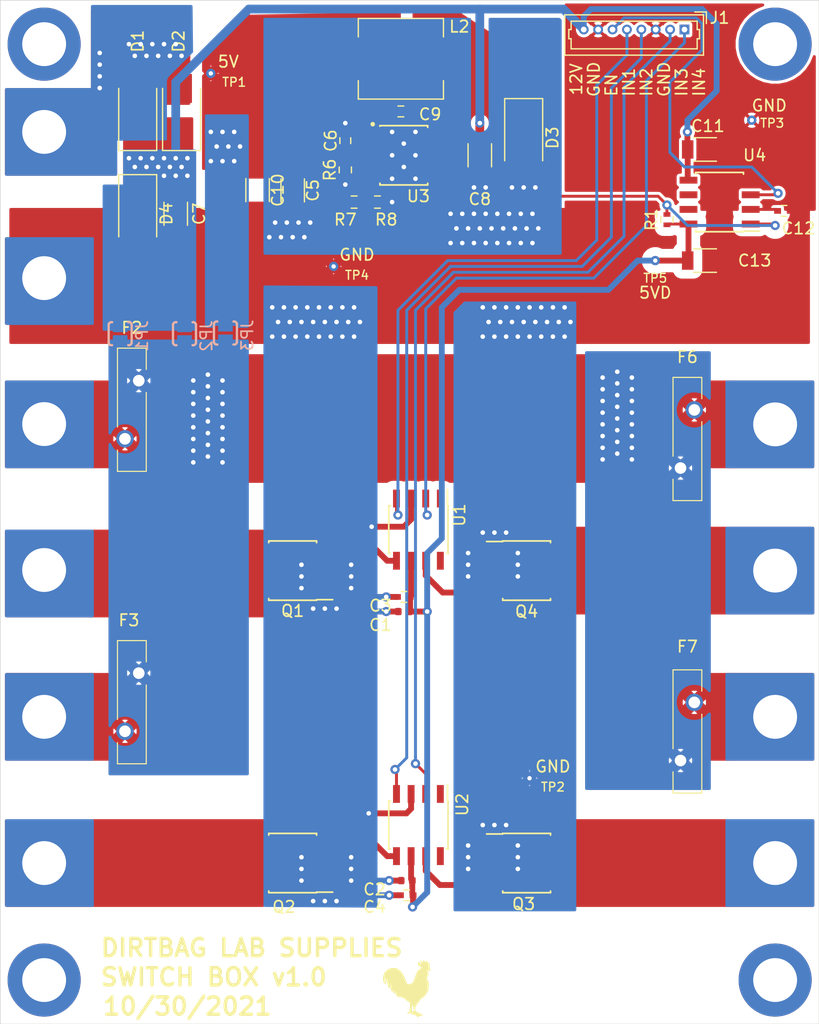
<source format=kicad_pcb>
(kicad_pcb (version 20171130) (host pcbnew "(5.1.5)-3")
  (layers (0 F.Cu signal) (31 B.Cu signal) (34 B.Paste user) (35 F.Paste user) (36 B.SilkS user) (37 F.SilkS user) (38 B.Mask user) (39 F.Mask user) (44 Edge.Cuts user))
  (net 0 "")
  (net 1 GND)
  (net 2 +BATT)
  (net 3 +12V)
  (net 4 +5V)
  (net 5 /PWM2)
  (net 6 /PWM1)
  (net 7 "Net-(M19-Pad1)")
  (net 8 "Net-(M20-Pad1)")
  (net 9 "Net-(M21-Pad1)")
  (net 10 "Net-(M22-Pad1)")
  (net 11 /5V_ENABLE)
  (net 12 "Net-(M4-Pad1)")
  (net 13 "Net-(M6-Pad1)")
  (net 14 "Net-(M12-Pad1)")
  (net 15 "Net-(M14-Pad1)")
  (net 16 "Net-(U1-Pad8)")
  (net 17 "Net-(U1-Pad1)")
  (net 18 "Net-(U2-Pad8)")
  (net 19 "Net-(U2-Pad1)")
  (net 20 /PWM4)
  (net 21 /PWM3)
  (net 22 "Net-(F2-Pad1)")
  (net 23 "Net-(F3-Pad1)")
  (net 24 "Net-(C6-Pad1)")
  (net 25 "Net-(C9-Pad2)")
  (net 26 "Net-(C9-Pad1)")
  (net 27 VBUS)
  (net 28 "Net-(R6-Pad2)")
  (net 29 "Net-(Q1-Pad4)")
  (net 30 "Net-(Q2-Pad4)")
  (net 31 "Net-(Q3-Pad4)")
  (net 32 "Net-(Q4-Pad4)")
  (net 33 "Net-(F6-Pad1)")
  (net 34 "Net-(F7-Pad1)")
  (net 35 "Net-(R7-Pad2)")
  (net 36 +5VD)
  (net 37 "Net-(C12-Pad1)")
  (net 38 /SYSTEM_ENABLE)
  (net 39 "Net-(U4-Pad7)")
  (net 40 "Net-(U4-Pad6)")
  (module Housings_SOIC:SOIC-8_3.9x4.9mm_Pitch1.27mm (layer F.Cu) (at 87.884 42.926 180)
    (fp_text reference U4 (at -3.048 4.064) (layer F.SilkS))
    (fp_text value TI_LM9076BMA-5.0)
    (pad 8 smd rect (at 2.7 -1.905 180) (size 1.55 0.6) (layers F.Cu F.Paste F.Mask) (net 36 +5VD))
    (pad 7 smd rect (at 2.7 -0.635 180) (size 1.55 0.6) (layers F.Cu F.Paste F.Mask) (net 39 "Net-(U4-Pad7)"))
    (pad 6 smd rect (at 2.7 0.635 180) (size 1.55 0.6) (layers F.Cu F.Paste F.Mask) (net 40 "Net-(U4-Pad6)"))
    (pad 5 smd rect (at 2.7 1.905 180) (size 1.55 0.6) (layers F.Cu F.Paste F.Mask) (net 3 +12V))
    (pad 4 smd rect (at -2.7 1.905 180) (size 1.55 0.6) (layers F.Cu F.Paste F.Mask) (net 1 GND))
    (pad 3 smd rect (at -2.7 0.635 180) (size 1.55 0.6) (layers F.Cu F.Paste F.Mask) (net 38 /SYSTEM_ENABLE))
    (pad 2 smd rect (at -2.7 -0.635 180) (size 1.55 0.6) (layers F.Cu F.Paste F.Mask) (net 37 "Net-(C12-Pad1)"))
    (pad 1 smd rect (at -2.7 -1.905 180) (size 1.55 0.6) (layers F.Cu F.Paste F.Mask) (net 11 /5V_ENABLE))
  )
  (module DBLS_Misc:DBLS_Testpoint_Normal (layer F.Cu) (at 82.296 48.006)
    (fp_text reference TP5 (at 0 1.524) (layer F.SilkS) (effects (font (size 0.762 0.762) (thickness 0.127))))
    (fp_text value DBLS_TESTPOINT_NORMAL hide)
    (pad 1 thru_hole circle (at 0 0) (size 0.8128 0.8128) (drill 0.381) (layers *.Cu *.Mask) (net 36 +5VD))
  )
  (module Resistors_SMD:R_0402 (layer F.Cu) (at 83.312 44.45 90)
    (fp_text reference R1 (at 0 -1.35 90) (layer F.SilkS))
    (fp_text value VISHAYDALE_CRCW0402100KJNEDC)
    (pad 2 smd rect (at 0.45 0 90) (size 0.4 0.6) (layers F.Cu F.Paste F.Mask) (net 11 /5V_ENABLE))
    (pad 1 smd rect (at -0.45 0 90) (size 0.4 0.6) (layers F.Cu F.Paste F.Mask) (net 36 +5VD))
  )
  (module Capacitors_SMD:C_1206 (layer F.Cu) (at 86.614 48.006)
    (fp_text reference C13 (at 4.318 0) (layer F.SilkS))
    (fp_text value MURATA_GRM31CC81E226KE11L)
    (pad 2 smd rect (at 1.5 0) (size 1 1.6) (layers F.Cu F.Paste F.Mask) (net 1 GND))
    (pad 1 smd rect (at -1.5 0) (size 1 1.6) (layers F.Cu F.Paste F.Mask) (net 36 +5VD))
  )
  (module Capacitors_SMD:C_0402 (layer F.Cu) (at 93.472 43.688)
    (fp_text reference C12 (at 1.27 1.524) (layer F.SilkS))
    (fp_text value MURATA_GCM155R71E103KA37D)
    (pad 2 smd rect (at 0.55 0) (size 0.6 0.5) (layers F.Cu F.Paste F.Mask) (net 1 GND))
    (pad 1 smd rect (at -0.55 0) (size 0.6 0.5) (layers F.Cu F.Paste F.Mask) (net 37 "Net-(C12-Pad1)"))
  )
  (module Capacitors_SMD:C_1206 (layer F.Cu) (at 86.614 38.354)
    (fp_text reference C11 (at 0.254 -2.032) (layer F.SilkS))
    (fp_text value MURATA_GRT31CR61H106KE01L)
    (pad 2 smd rect (at 1.5 0) (size 1 1.6) (layers F.Cu F.Paste F.Mask) (net 1 GND))
    (pad 1 smd rect (at -1.5 0) (size 1 1.6) (layers F.Cu F.Paste F.Mask) (net 3 +12V))
  )
  (module Capacitors_SMD:C_1206 (layer F.Cu) (at 47.752 41.886 270)
    (fp_text reference C10 (at 0 -1.75 90) (layer F.SilkS))
    (fp_text value MURATA_GRT31CR61H106KE01L)
    (pad 2 smd rect (at 1.5 0 270) (size 1 1.6) (layers F.Cu F.Paste F.Mask) (net 1 GND))
    (pad 1 smd rect (at -1.5 0 270) (size 1 1.6) (layers F.Cu F.Paste F.Mask) (net 4 +5V))
  )
  (module Capacitors_SMD:C_1206 (layer F.Cu) (at 50.8 41.91 270)
    (fp_text reference C5 (at 0 -1.75 90) (layer F.SilkS))
    (fp_text value MURATA_GRM31CC81E226KE11L)
    (pad 2 smd rect (at 1.5 0 270) (size 1 1.6) (layers F.Cu F.Paste F.Mask) (net 1 GND))
    (pad 1 smd rect (at -1.5 0 270) (size 1 1.6) (layers F.Cu F.Paste F.Mask) (net 4 +5V))
  )
  (module Diodes_SMD:D_SMA (layer F.Cu) (at 37.338 43.942 270)
    (fp_text reference D4 (at 0 -2.5 90) (layer F.SilkS))
    (fp_text value LITTLEFUSE_TPSMA6L20A)
    (pad 2 smd rect (at 2 0 270) (size 2.5 1.8) (layers F.Cu F.Paste F.Mask) (net 1 GND))
    (pad 1 smd rect (at -2 0 270) (size 2.5 1.8) (layers F.Cu F.Paste F.Mask) (net 3 +12V))
  )
  (module Diodes_SMD:D_SMA (layer F.Cu) (at 70.866 37.338 270)
    (fp_text reference D3 (at 0 -2.5 90) (layer F.SilkS))
    (fp_text value VISHAY_SSA34HE3_A_I)
    (pad 2 smd rect (at 2 0 270) (size 2.5 1.8) (layers F.Cu F.Paste F.Mask) (net 1 GND))
    (pad 1 smd rect (at -2 0 270) (size 2.5 1.8) (layers F.Cu F.Paste F.Mask) (net 26 "Net-(C9-Pad1)"))
  )
  (module Diodes_SMD:D_SMA (layer F.Cu) (at 41.148 35.052 90)
    (fp_text reference D2 (at 6.096 -0.254 90) (layer F.SilkS))
    (fp_text value VISHAY_SSA34HE3_A_I)
    (pad 2 smd rect (at 2 0 90) (size 2.5 1.8) (layers F.Cu F.Paste F.Mask) (net 2 +BATT))
    (pad 1 smd rect (at -2 0 90) (size 2.5 1.8) (layers F.Cu F.Paste F.Mask) (net 3 +12V))
  )
  (module Diodes_SMD:D_SMA (layer F.Cu) (at 37.338 35.052 90)
    (fp_text reference D1 (at 6.096 0 90) (layer F.SilkS))
    (fp_text value VISHAY_SSA34HE3_A_I)
    (pad 2 smd rect (at 2 0 90) (size 2.5 1.8) (layers F.Cu F.Paste F.Mask) (net 2 +BATT))
    (pad 1 smd rect (at -2 0 90) (size 2.5 1.8) (layers F.Cu F.Paste F.Mask) (net 3 +12V))
  )
  (module DBLS_LOGO:Rooster_4mmx4mm (layer F.Cu) (at 60.706 111.252)
    (fp_text reference LOGO1 hide)
    (fp_text value DBLS_Chicken_Small hide)
  )
  (module Connectors_Molex:Molex_PicoBlade_53047-0810_08x1.25mm_Straight (layer F.Cu) (at 84.836 27.94 180)
    (fp_text reference J1 (at -3.048 1.016) (layer F.SilkS))
    (fp_text value MOLEX_0530470810)
    (pad 8 thru_hole circle (at 8.75 0 180) (size 0.85 0.85) (drill 0.5) (layers *.Cu *.Mask) (net 3 +12V))
    (pad 7 thru_hole circle (at 7.5 0 180) (size 0.85 0.85) (drill 0.5) (layers *.Cu *.Mask) (net 1 GND))
    (pad 6 thru_hole circle (at 6.25 0 180) (size 0.85 0.85) (drill 0.5) (layers *.Cu *.Mask) (net 38 /SYSTEM_ENABLE))
    (pad 5 thru_hole circle (at 5 0 180) (size 0.85 0.85) (drill 0.5) (layers *.Cu *.Mask) (net 6 /PWM1))
    (pad 4 thru_hole circle (at 3.75 0 180) (size 0.85 0.85) (drill 0.5) (layers *.Cu *.Mask) (net 5 /PWM2))
    (pad 3 thru_hole circle (at 2.5 0 180) (size 0.85 0.85) (drill 0.5) (layers *.Cu *.Mask) (net 1 GND))
    (pad 2 thru_hole circle (at 1.25 0 180) (size 0.85 0.85) (drill 0.5) (layers *.Cu *.Mask) (net 21 /PWM3))
    (pad 1 thru_hole rect (at 0 0 180) (size 0.85 0.85) (drill 0.5) (layers *.Cu *.Mask) (net 20 /PWM4))
  )
  (module DBLS_Misc:PAD_JUMPER_2PIN_NC (layer B.Cu) (at 41.402 54.356 270)
    (fp_text reference JP2 (at 0.2 -1.9 90) (layer B.SilkS) (effects (justify mirror)))
    (fp_text value PAD_JUMPER_2PIN_NC)
    (pad 2 smd rect (at 0.44958 0 270) (size 0.635 1.27) (layers B.Cu B.Paste B.Mask) (net 27 VBUS))
    (pad 1 smd rect (at -0.44958 0 270) (size 0.635 1.27) (layers B.Cu B.Paste B.Mask) (net 3 +12V))
  )
  (module Capacitors_SMD:C_0402 (layer F.Cu) (at 60.706 103.124 180)
    (fp_text reference C4 (at 2.794 -1.016) (layer F.SilkS))
    (fp_text value MURATA_GRM155R71H104ME14J)
    (pad 2 smd rect (at 0.55 0 180) (size 0.6 0.5) (layers F.Cu F.Paste F.Mask) (net 1 GND))
    (pad 1 smd rect (at -0.55 0 180) (size 0.6 0.5) (layers F.Cu F.Paste F.Mask) (net 36 +5VD))
  )
  (module DBLS_Capacitor:C_0402_1005Metric (layer F.Cu) (at 60.706 101.854 180)
    (fp_text reference C2 (at 2.794 -0.762) (layer F.SilkS))
    (fp_text value SMD-CAP-1UF-0402)
    (pad 2 smd roundrect (at 0.485 0 180) (size 0.59 0.64) (layers F.Cu F.Paste F.Mask) (net 1 GND))
    (pad 1 smd roundrect (at -0.485 0 180) (size 0.59 0.64) (layers F.Cu F.Paste F.Mask) (net 36 +5VD))
  )
  (module Housings_SOIC:SOIC-8_3.9x4.9mm_Pitch1.27mm (layer F.Cu) (at 71.12 74.93)
    (fp_text reference Q4 (at 0 3.556) (layer F.SilkS))
    (fp_text value INFINEON_IRF7470TRPBF)
    (pad 8 smd rect (at 2.7 -1.905) (size 1.55 0.6) (layers F.Cu F.Paste F.Mask) (net 14 "Net-(M12-Pad1)"))
    (pad 7 smd rect (at 2.7 -0.635) (size 1.55 0.6) (layers F.Cu F.Paste F.Mask) (net 14 "Net-(M12-Pad1)"))
    (pad 6 smd rect (at 2.7 0.635) (size 1.55 0.6) (layers F.Cu F.Paste F.Mask) (net 14 "Net-(M12-Pad1)"))
    (pad 5 smd rect (at 2.7 1.905) (size 1.55 0.6) (layers F.Cu F.Paste F.Mask) (net 14 "Net-(M12-Pad1)"))
    (pad 4 smd rect (at -2.7 1.905) (size 1.55 0.6) (layers F.Cu F.Paste F.Mask) (net 32 "Net-(Q4-Pad4)"))
    (pad 3 smd rect (at -2.7 0.635) (size 1.55 0.6) (layers F.Cu F.Paste F.Mask) (net 1 GND))
    (pad 2 smd rect (at -2.7 -0.635) (size 1.55 0.6) (layers F.Cu F.Paste F.Mask) (net 1 GND))
    (pad 1 smd rect (at -2.7 -1.905) (size 1.55 0.6) (layers F.Cu F.Paste F.Mask) (net 1 GND))
  )
  (module Housings_SOIC:SOIC-8_3.9x4.9mm_Pitch1.27mm (layer F.Cu) (at 71.12 100.33)
    (fp_text reference Q3 (at -0.254 3.556) (layer F.SilkS))
    (fp_text value INFINEON_IRF7470TRPBF)
    (pad 8 smd rect (at 2.7 -1.905) (size 1.55 0.6) (layers F.Cu F.Paste F.Mask) (net 15 "Net-(M14-Pad1)"))
    (pad 7 smd rect (at 2.7 -0.635) (size 1.55 0.6) (layers F.Cu F.Paste F.Mask) (net 15 "Net-(M14-Pad1)"))
    (pad 6 smd rect (at 2.7 0.635) (size 1.55 0.6) (layers F.Cu F.Paste F.Mask) (net 15 "Net-(M14-Pad1)"))
    (pad 5 smd rect (at 2.7 1.905) (size 1.55 0.6) (layers F.Cu F.Paste F.Mask) (net 15 "Net-(M14-Pad1)"))
    (pad 4 smd rect (at -2.7 1.905) (size 1.55 0.6) (layers F.Cu F.Paste F.Mask) (net 31 "Net-(Q3-Pad4)"))
    (pad 3 smd rect (at -2.7 0.635) (size 1.55 0.6) (layers F.Cu F.Paste F.Mask) (net 1 GND))
    (pad 2 smd rect (at -2.7 -0.635) (size 1.55 0.6) (layers F.Cu F.Paste F.Mask) (net 1 GND))
    (pad 1 smd rect (at -2.7 -1.905) (size 1.55 0.6) (layers F.Cu F.Paste F.Mask) (net 1 GND))
  )
  (module Housings_SOIC:SOIC-8_3.9x4.9mm_Pitch1.27mm (layer F.Cu) (at 50.8 100.33 180)
    (fp_text reference Q2 (at 0.762 -3.81) (layer F.SilkS))
    (fp_text value INFINEON_IRF7470TRPBF)
    (pad 8 smd rect (at 2.7 -1.905 180) (size 1.55 0.6) (layers F.Cu F.Paste F.Mask) (net 13 "Net-(M6-Pad1)"))
    (pad 7 smd rect (at 2.7 -0.635 180) (size 1.55 0.6) (layers F.Cu F.Paste F.Mask) (net 13 "Net-(M6-Pad1)"))
    (pad 6 smd rect (at 2.7 0.635 180) (size 1.55 0.6) (layers F.Cu F.Paste F.Mask) (net 13 "Net-(M6-Pad1)"))
    (pad 5 smd rect (at 2.7 1.905 180) (size 1.55 0.6) (layers F.Cu F.Paste F.Mask) (net 13 "Net-(M6-Pad1)"))
    (pad 4 smd rect (at -2.7 1.905 180) (size 1.55 0.6) (layers F.Cu F.Paste F.Mask) (net 30 "Net-(Q2-Pad4)"))
    (pad 3 smd rect (at -2.7 0.635 180) (size 1.55 0.6) (layers F.Cu F.Paste F.Mask) (net 1 GND))
    (pad 2 smd rect (at -2.7 -0.635 180) (size 1.55 0.6) (layers F.Cu F.Paste F.Mask) (net 1 GND))
    (pad 1 smd rect (at -2.7 -1.905 180) (size 1.55 0.6) (layers F.Cu F.Paste F.Mask) (net 1 GND))
  )
  (module Housings_SOIC:SOIC-8_3.9x4.9mm_Pitch1.27mm (layer F.Cu) (at 50.8 74.93 180)
    (fp_text reference Q1 (at 0 -3.5) (layer F.SilkS))
    (fp_text value INFINEON_IRF7470TRPBF)
    (pad 8 smd rect (at 2.7 -1.905 180) (size 1.55 0.6) (layers F.Cu F.Paste F.Mask) (net 12 "Net-(M4-Pad1)"))
    (pad 7 smd rect (at 2.7 -0.635 180) (size 1.55 0.6) (layers F.Cu F.Paste F.Mask) (net 12 "Net-(M4-Pad1)"))
    (pad 6 smd rect (at 2.7 0.635 180) (size 1.55 0.6) (layers F.Cu F.Paste F.Mask) (net 12 "Net-(M4-Pad1)"))
    (pad 5 smd rect (at 2.7 1.905 180) (size 1.55 0.6) (layers F.Cu F.Paste F.Mask) (net 12 "Net-(M4-Pad1)"))
    (pad 4 smd rect (at -2.7 1.905 180) (size 1.55 0.6) (layers F.Cu F.Paste F.Mask) (net 29 "Net-(Q1-Pad4)"))
    (pad 3 smd rect (at -2.7 0.635 180) (size 1.55 0.6) (layers F.Cu F.Paste F.Mask) (net 1 GND))
    (pad 2 smd rect (at -2.7 -0.635 180) (size 1.55 0.6) (layers F.Cu F.Paste F.Mask) (net 1 GND))
    (pad 1 smd rect (at -2.7 -1.905 180) (size 1.55 0.6) (layers F.Cu F.Paste F.Mask) (net 1 GND))
  )
  (module DBLS_SOIC:SOIC-8-1EP_3.9x4.9mm_Pitch1.27mm_ALT (layer F.Cu) (at 60.452 38.862)
    (fp_text reference U3 (at 1.27 3.556) (layer F.SilkS))
    (fp_text value TI_LM22680QMRE-ADJ)
    (fp_poly (pts (xy 1.5 2.5) (xy -1.5 2.5) (xy -1.5 -2.5) (xy 1.5 -2.5)) (layer F.Cu) (width 0.1))
    (pad 9 smd rect (at -0.5875 -0.5875) (size 1.175 1.175) (layers F.Cu F.Paste F.Mask) (net 1 GND))
    (pad 9 smd rect (at -0.5875 0.5875) (size 1.175 1.175) (layers F.Cu F.Paste F.Mask) (net 1 GND))
    (pad 9 smd rect (at 0.5875 -0.5875) (size 1.175 1.175) (layers F.Cu F.Paste F.Mask) (net 1 GND))
    (pad 9 smd rect (at 0.5875 0.5875) (size 1.175 1.175) (layers F.Cu F.Paste F.Mask) (net 1 GND))
    (pad 8 smd rect (at 2.7 -1.905) (size 1.55 0.6) (layers F.Cu F.Paste F.Mask) (net 26 "Net-(C9-Pad1)"))
    (pad 7 smd rect (at 2.7 -0.635) (size 1.55 0.6) (layers F.Cu F.Paste F.Mask) (net 3 +12V))
    (pad 6 smd rect (at 2.7 0.635) (size 1.55 0.6) (layers F.Cu F.Paste F.Mask) (net 1 GND))
    (pad 5 smd rect (at 2.7 1.905) (size 1.55 0.6) (layers F.Cu F.Paste F.Mask) (net 11 /5V_ENABLE))
    (pad 4 smd rect (at -2.7 1.905) (size 1.55 0.6) (layers F.Cu F.Paste F.Mask) (net 35 "Net-(R7-Pad2)"))
    (pad 3 smd rect (at -2.7 0.635) (size 1.55 0.6) (layers F.Cu F.Paste F.Mask) (net 28 "Net-(R6-Pad2)"))
    (pad 2 smd rect (at -2.7 -0.635) (size 1.55 0.6) (layers F.Cu F.Paste F.Mask) (net 24 "Net-(C6-Pad1)"))
    (pad 1 smd rect (at -2.7 -1.905) (size 1.55 0.6) (layers F.Cu F.Paste F.Mask) (net 25 "Net-(C9-Pad2)"))
  )
  (module DBLS_Misc:DBLS_Testpoint_Normal (layer F.Cu) (at 43.688 31.75)
    (fp_text reference TP1 (at 2.032 0.762) (layer F.SilkS) (effects (font (size 0.762 0.762) (thickness 0.127))))
    (fp_text value DBLS_TESTPOINT_NORMAL hide)
    (pad 1 thru_hole circle (at 0 0) (size 0.8128 0.8128) (drill 0.381) (layers *.Cu *.Mask) (net 4 +5V))
  )
  (module Resistors_SMD:R_0402 (layer F.Cu) (at 58.166 42.926)
    (fp_text reference R8 (at 0.762 1.524) (layer F.SilkS))
    (fp_text value VISHAYDALE_CRCW04022K00JNEDC)
    (pad 2 smd rect (at 0.45 0) (size 0.4 0.6) (layers F.Cu F.Paste F.Mask) (net 1 GND))
    (pad 1 smd rect (at -0.45 0) (size 0.4 0.6) (layers F.Cu F.Paste F.Mask) (net 35 "Net-(R7-Pad2)"))
  )
  (module Resistors_SMD:R_0402 (layer F.Cu) (at 56.134 42.926)
    (fp_text reference R7 (at -0.762 1.524) (layer F.SilkS))
    (fp_text value VISHAYDALE_CRCW04025K60JNED)
    (pad 2 smd rect (at 0.45 0) (size 0.4 0.6) (layers F.Cu F.Paste F.Mask) (net 35 "Net-(R7-Pad2)"))
    (pad 1 smd rect (at -0.45 0) (size 0.4 0.6) (layers F.Cu F.Paste F.Mask) (net 4 +5V))
  )
  (module Resistors_SMD:R_0402 (layer F.Cu) (at 55.372 40.132 90)
    (fp_text reference R6 (at 0 -1.35 90) (layer F.SilkS))
    (fp_text value VISHAYDALE_CRCW04020000Z0EDHP)
    (pad 2 smd rect (at 0.45 0 90) (size 0.4 0.6) (layers F.Cu F.Paste F.Mask) (net 28 "Net-(R6-Pad2)"))
    (pad 1 smd rect (at -0.45 0 90) (size 0.4 0.6) (layers F.Cu F.Paste F.Mask) (net 1 GND))
  )
  (module DBLS_Inductor:L_6.4x6.0_H3 (layer F.Cu) (at 60.198 30.48 180)
    (fp_text reference L2 (at -5.08 2.794) (layer F.SilkS))
    (fp_text value PANASONIC_ETQ-P3M100KVN)
    (pad 2 smd rect (at 2.921 0 180) (size 2.413 3.429) (layers F.Cu F.Paste F.Mask) (net 4 +5V))
    (pad 1 smd rect (at -2.921 0 180) (size 2.413 3.429) (layers F.Cu F.Paste F.Mask) (net 26 "Net-(C9-Pad1)"))
  )
  (module DBLS_Misc:PAD_JUMPER_2PIN_NC (layer B.Cu) (at 44.958 54.29758 270)
    (fp_text reference JP3 (at 0.2 -1.9 270) (layer B.SilkS) (effects (justify mirror)))
    (fp_text value PAD_JUMPER_2PIN_NC)
    (pad 2 smd rect (at 0.44958 0 270) (size 0.635 1.27) (layers B.Cu B.Paste B.Mask) (net 27 VBUS))
    (pad 1 smd rect (at -0.44958 0 270) (size 0.635 1.27) (layers B.Cu B.Paste B.Mask) (net 4 +5V))
  )
  (module DBLS_Misc:PAD_JUMPER_2PIN_NC (layer B.Cu) (at 35.814 54.356 270)
    (fp_text reference JP1 (at 0.2 -1.9 90) (layer B.SilkS) (effects (justify mirror)))
    (fp_text value PAD_JUMPER_2PIN_NC)
    (pad 2 smd rect (at 0.44958 0 270) (size 0.635 1.27) (layers B.Cu B.Paste B.Mask) (net 27 VBUS))
    (pad 1 smd rect (at -0.44958 0 270) (size 0.635 1.27) (layers B.Cu B.Paste B.Mask) (net 3 +12V))
  )
  (module Capacitors_SMD:C_0402 (layer F.Cu) (at 60.198 35.052 180)
    (fp_text reference C9 (at -2.54 -0.254) (layer F.SilkS))
    (fp_text value MURATA_GCM155R71E103KA37D)
    (pad 2 smd rect (at 0.55 0 180) (size 0.6 0.5) (layers F.Cu F.Paste F.Mask) (net 25 "Net-(C9-Pad2)"))
    (pad 1 smd rect (at -0.55 0 180) (size 0.6 0.5) (layers F.Cu F.Paste F.Mask) (net 26 "Net-(C9-Pad1)"))
  )
  (module Capacitors_SMD:C_1206 (layer F.Cu) (at 67.056 38.862 270)
    (fp_text reference C8 (at 3.81 0 180) (layer F.SilkS))
    (fp_text value MURATA_GRT31CR61H106KE01L)
    (pad 2 smd rect (at 1.5 0 270) (size 1 1.6) (layers F.Cu F.Paste F.Mask) (net 1 GND))
    (pad 1 smd rect (at -1.5 0 270) (size 1 1.6) (layers F.Cu F.Paste F.Mask) (net 3 +12V))
  )
  (module Capacitors_SMD:C_1206 (layer F.Cu) (at 40.64 43.942 270)
    (fp_text reference C7 (at 0 -2.032 90) (layer F.SilkS))
    (fp_text value MURATA_GRM31CC81E226KE11L)
    (pad 2 smd rect (at 1.5 0 270) (size 1 1.6) (layers F.Cu F.Paste F.Mask) (net 1 GND))
    (pad 1 smd rect (at -1.5 0 270) (size 1 1.6) (layers F.Cu F.Paste F.Mask) (net 3 +12V))
  )
  (module Capacitors_SMD:C_0402 (layer F.Cu) (at 55.372 37.592 90)
    (fp_text reference C6 (at 0 -1.27 90) (layer F.SilkS))
    (fp_text value MURATA_GCM155R71C104KA55J)
    (pad 2 smd rect (at 0.55 0 90) (size 0.6 0.5) (layers F.Cu F.Paste F.Mask) (net 1 GND))
    (pad 1 smd rect (at -0.55 0 90) (size 0.6 0.5) (layers F.Cu F.Paste F.Mask) (net 24 "Net-(C6-Pad1)"))
  )
  (module DBLS_Mechanical:SCREW_6-32_POWER (layer F.Cu) (at 29.21 36.83)
    (fp_text reference M1 hide)
    (fp_text value SCREW_6-32_POWER hide)
    (pad 1 thru_hole rect (at 0 0) (size 6.35 6.35) (drill 3.81) (layers *.Cu *.Mask) (net 2 +BATT))
  )
  (module DBLS_Mechanical:SCREW_6-32_POWER (layer F.Cu) (at 29.21 49.53)
    (fp_text reference M2 hide)
    (fp_text value SCREW_6-32_POWER hide)
    (pad 1 thru_hole rect (at 0 0) (size 6.35 6.35) (drill 3.81) (layers *.Cu *.Mask) (net 1 GND))
  )
  (module DBLS_Mechanical:SCREW_6-32_POWER (layer F.Cu) (at 29.21 62.23)
    (fp_text reference M3 hide)
    (fp_text value SCREW_6-32_POWER hide)
    (pad 1 thru_hole rect (at 0 -0.02525) (size 6.35 6.35) (drill 3.81) (layers *.Cu *.Mask) (net 22 "Net-(F2-Pad1)"))
  )
  (module DBLS_Mechanical:SCREW_6-32_POWER (layer F.Cu) (at 29.21 74.93)
    (fp_text reference M4 hide)
    (fp_text value SCREW_6-32_POWER hide)
    (pad 1 thru_hole rect (at 0 -0.0505) (size 6.35 6.35) (drill 3.81) (layers *.Cu *.Mask) (net 12 "Net-(M4-Pad1)"))
  )
  (module DBLS_Mechanical:SCREW_6-32_POWER (layer F.Cu) (at 29.21 87.63)
    (fp_text reference M5 hide)
    (fp_text value SCREW_6-32_POWER hide)
    (pad 1 thru_hole rect (at 0 0) (size 6.35 6.35) (drill 3.81) (layers *.Cu *.Mask) (net 23 "Net-(F3-Pad1)"))
  )
  (module DBLS_Mechanical:SCREW_6-32_POWER (layer F.Cu) (at 29.21 100.33)
    (fp_text reference M6 hide)
    (fp_text value SCREW_6-32_POWER hide)
    (pad 1 thru_hole rect (at 0 0) (size 6.35 6.35) (drill 3.81) (layers *.Cu *.Mask) (net 13 "Net-(M6-Pad1)"))
  )
  (module DBLS_Mechanical:SCREW_6-32_POWER (layer F.Cu) (at 92.71 62.23)
    (fp_text reference M11 hide)
    (fp_text value SCREW_6-32_POWER hide)
    (pad 1 thru_hole rect (at 0 0) (size 6.35 6.35) (drill 3.81) (layers *.Cu *.Mask) (net 33 "Net-(F6-Pad1)"))
  )
  (module DBLS_Mechanical:SCREW_6-32_POWER (layer F.Cu) (at 92.71 74.93)
    (fp_text reference M12 hide)
    (fp_text value SCREW_6-32_POWER hide)
    (pad 1 thru_hole rect (at 0 0) (size 6.35 6.35) (drill 3.81) (layers *.Cu *.Mask) (net 14 "Net-(M12-Pad1)"))
  )
  (module DBLS_Mechanical:SCREW_6-32_POWER (layer F.Cu) (at 92.71 87.63)
    (fp_text reference M13 hide)
    (fp_text value SCREW_6-32_POWER hide)
    (pad 1 thru_hole rect (at 0 0) (size 6.35 6.35) (drill 3.81) (layers *.Cu *.Mask) (net 34 "Net-(F7-Pad1)"))
  )
  (module DBLS_Mechanical:SCREW_6-32_POWER (layer F.Cu) (at 92.71 100.33)
    (fp_text reference M14 hide)
    (fp_text value SCREW_6-32_POWER hide)
    (pad 1 thru_hole rect (at 0 0) (size 6.35 6.35) (drill 3.81) (layers *.Cu *.Mask) (net 15 "Net-(M14-Pad1)"))
  )
  (module Housings_SOIC:SOIC-8_3.9x4.9mm_Pitch1.27mm (layer F.Cu) (at 61.722 97.028 270)
    (fp_text reference U2 (at -1.778 -3.81 90) (layer F.SilkS))
    (fp_text value TI_LM5111-1MX_NOPB)
    (pad 8 smd rect (at 2.7 -1.905 270) (size 1.55 0.6) (layers F.Cu F.Paste F.Mask) (net 18 "Net-(U2-Pad8)"))
    (pad 7 smd rect (at 2.7 -0.635 270) (size 1.55 0.6) (layers F.Cu F.Paste F.Mask) (net 31 "Net-(Q3-Pad4)"))
    (pad 6 smd rect (at 2.7 0.635 270) (size 1.55 0.6) (layers F.Cu F.Paste F.Mask) (net 36 +5VD))
    (pad 5 smd rect (at 2.7 1.905 270) (size 1.55 0.6) (layers F.Cu F.Paste F.Mask) (net 30 "Net-(Q2-Pad4)"))
    (pad 4 smd rect (at -2.7 1.905 270) (size 1.55 0.6) (layers F.Cu F.Paste F.Mask) (net 5 /PWM2))
    (pad 3 smd rect (at -2.7 0.635 270) (size 1.55 0.6) (layers F.Cu F.Paste F.Mask) (net 1 GND))
    (pad 2 smd rect (at -2.7 -0.635 270) (size 1.55 0.6) (layers F.Cu F.Paste F.Mask) (net 21 /PWM3))
    (pad 1 smd rect (at -2.7 -1.905 270) (size 1.55 0.6) (layers F.Cu F.Paste F.Mask) (net 19 "Net-(U2-Pad1)"))
  )
  (module Housings_SOIC:SOIC-8_3.9x4.9mm_Pitch1.27mm (layer F.Cu) (at 61.722 71.374 270)
    (fp_text reference U1 (at -1.27 -3.556 90) (layer F.SilkS))
    (fp_text value TI_LM5111-1MX_NOPB)
    (pad 8 smd rect (at 2.7 -1.905 270) (size 1.55 0.6) (layers F.Cu F.Paste F.Mask) (net 16 "Net-(U1-Pad8)"))
    (pad 7 smd rect (at 2.7 -0.635 270) (size 1.55 0.6) (layers F.Cu F.Paste F.Mask) (net 32 "Net-(Q4-Pad4)"))
    (pad 6 smd rect (at 2.7 0.635 270) (size 1.55 0.6) (layers F.Cu F.Paste F.Mask) (net 36 +5VD))
    (pad 5 smd rect (at 2.7 1.905 270) (size 1.55 0.6) (layers F.Cu F.Paste F.Mask) (net 29 "Net-(Q1-Pad4)"))
    (pad 4 smd rect (at -2.7 1.905 270) (size 1.55 0.6) (layers F.Cu F.Paste F.Mask) (net 6 /PWM1))
    (pad 3 smd rect (at -2.7 0.635 270) (size 1.55 0.6) (layers F.Cu F.Paste F.Mask) (net 1 GND))
    (pad 2 smd rect (at -2.7 -0.635 270) (size 1.55 0.6) (layers F.Cu F.Paste F.Mask) (net 20 /PWM4))
    (pad 1 smd rect (at -2.7 -1.905 270) (size 1.55 0.6) (layers F.Cu F.Paste F.Mask) (net 17 "Net-(U1-Pad1)"))
  )
  (module DBLS_Misc:LITTLEFUSE_RGEF (layer F.Cu) (at 85.09 88.9 270)
    (fp_text reference F7 (at -7.366 0 180) (layer F.SilkS))
    (fp_text value LITTLEFUSE_RGEF300-2)
    (pad 1 thru_hole circle (at -2.525 -0.6 270) (size 1.515 1.515) (drill 1.01) (layers *.Cu *.Mask) (net 34 "Net-(F7-Pad1)"))
    (pad 2 thru_hole circle (at 2.525 0.6 270) (size 1.515 1.515) (drill 1.01) (layers *.Cu *.Mask) (net 27 VBUS))
  )
  (module DBLS_Misc:LITTLEFUSE_RGEF (layer F.Cu) (at 85.09 63.5 270)
    (fp_text reference F6 (at -7.112 0 180) (layer F.SilkS))
    (fp_text value LITTLEFUSE_RGEF300-2)
    (pad 1 thru_hole circle (at -2.525 -0.6 270) (size 1.515 1.515) (drill 1.01) (layers *.Cu *.Mask) (net 33 "Net-(F6-Pad1)"))
    (pad 2 thru_hole circle (at 2.525 0.6 270) (size 1.515 1.515) (drill 1.01) (layers *.Cu *.Mask) (net 27 VBUS))
  )
  (module DBLS_Misc:LITTLEFUSE_RGEF (layer F.Cu) (at 36.83 86.36 90)
    (fp_text reference F3 (at 7.112 -0.254 180) (layer F.SilkS))
    (fp_text value LITTLEFUSE_RGEF300-2)
    (pad 1 thru_hole circle (at -2.525 -0.6 90) (size 1.515 1.515) (drill 1.01) (layers *.Cu *.Mask) (net 23 "Net-(F3-Pad1)"))
    (pad 2 thru_hole circle (at 2.525 0.6 90) (size 1.515 1.515) (drill 1.01) (layers *.Cu *.Mask) (net 27 VBUS))
  )
  (module DBLS_Misc:LITTLEFUSE_RGEF (layer F.Cu) (at 36.83 60.96 90)
    (fp_text reference F2 (at 7.112 0) (layer F.SilkS))
    (fp_text value LITTLEFUSE_RGEF300-2)
    (pad 1 thru_hole circle (at -2.525 -0.6 90) (size 1.515 1.515) (drill 1.01) (layers *.Cu *.Mask) (net 22 "Net-(F2-Pad1)"))
    (pad 2 thru_hole circle (at 2.525 0.6 90) (size 1.515 1.515) (drill 1.01) (layers *.Cu *.Mask) (net 27 VBUS))
  )
  (module Capacitors_SMD:C_0402 (layer F.Cu) (at 60.452 77.216 180)
    (fp_text reference C3 (at 2.032 -0.762) (layer F.SilkS))
    (fp_text value MURATA_GRM155R71H104ME14J)
    (pad 2 smd rect (at 0.55 0 180) (size 0.6 0.5) (layers F.Cu F.Paste F.Mask) (net 1 GND))
    (pad 1 smd rect (at -0.55 0 180) (size 0.6 0.5) (layers F.Cu F.Paste F.Mask) (net 36 +5VD))
  )
  (module DBLS_Capacitor:C_0402_1005Metric (layer F.Cu) (at 60.452 78.486 180)
    (fp_text reference C1 (at 2.032 -1.17) (layer F.SilkS))
    (fp_text value SMD-CAP-1UF-0402)
    (pad 2 smd roundrect (at 0.485 0 180) (size 0.59 0.64) (layers F.Cu F.Paste F.Mask) (net 1 GND))
    (pad 1 smd roundrect (at -0.485 0 180) (size 0.59 0.64) (layers F.Cu F.Paste F.Mask) (net 36 +5VD))
  )
  (module DBLS_Misc:DBLS_Testpoint_Normal (layer F.Cu) (at 54.356 48.514)
    (fp_text reference TP4 (at 2.032 0.762) (layer F.SilkS) (effects (font (size 0.762 0.762) (thickness 0.127))))
    (fp_text value DBLS_TESTPOINT_NORMAL hide)
    (pad 1 thru_hole circle (at 0 0) (size 0.8128 0.8128) (drill 0.381) (layers *.Cu *.Mask) (net 1 GND))
  )
  (module DBLS_Misc:DBLS_Testpoint_Normal (layer F.Cu) (at 90.678 35.814)
    (fp_text reference TP3 (at 1.778 0.254) (layer F.SilkS) (effects (font (size 0.762 0.762) (thickness 0.127))))
    (fp_text value DBLS_TESTPOINT_NORMAL hide)
    (pad 1 thru_hole circle (at 0 0) (size 0.8128 0.8128) (drill 0.381) (layers *.Cu *.Mask) (net 1 GND))
  )
  (module DBLS_Misc:DBLS_Testpoint_Normal (layer F.Cu) (at 71.374 92.964)
    (fp_text reference TP2 (at 2.032 0.762) (layer F.SilkS) (effects (font (size 0.762 0.762) (thickness 0.127))))
    (fp_text value DBLS_TESTPOINT_NORMAL hide)
    (pad 1 thru_hole circle (at 0 0) (size 0.8128 0.8128) (drill 0.381) (layers *.Cu *.Mask) (net 1 GND))
  )
  (module DBLS_Mechanical:SCREW_6-32_NORMAL (layer F.Cu) (at 92.71 29.21)
    (fp_text reference M22 hide)
    (fp_text value SCREW_6-32_NORMAL hide)
    (pad 1 thru_hole circle (at 0 0) (size 6.35 6.35) (drill 3.81) (layers *.Cu *.Mask) (net 10 "Net-(M22-Pad1)"))
  )
  (module DBLS_Mechanical:SCREW_6-32_NORMAL (layer F.Cu) (at 29.21 110.49)
    (fp_text reference M21 hide)
    (fp_text value SCREW_6-32_NORMAL hide)
    (pad 1 thru_hole circle (at 0 0) (size 6.35 6.35) (drill 3.81) (layers *.Cu *.Mask) (net 9 "Net-(M21-Pad1)"))
  )
  (module DBLS_Mechanical:SCREW_6-32_NORMAL (layer F.Cu) (at 92.71 110.49)
    (fp_text reference M20 hide)
    (fp_text value SCREW_6-32_NORMAL hide)
    (pad 1 thru_hole circle (at 0 0) (size 6.35 6.35) (drill 3.81) (layers *.Cu *.Mask) (net 8 "Net-(M20-Pad1)"))
  )
  (module DBLS_Mechanical:SCREW_6-32_NORMAL (layer F.Cu) (at 29.21 29.21)
    (fp_text reference M19 hide)
    (fp_text value SCREW_6-32_NORMAL hide)
    (pad 1 thru_hole circle (at 0 0) (size 6.35 6.35) (drill 3.81) (layers *.Cu *.Mask) (net 7 "Net-(M19-Pad1)"))
  )
  (gr_text 5VD (at 82.296 50.8) (layer F.SilkS) (effects (font (size 1 1))))
  (gr_text 10/30/2021 (at 41.656 112.776) (layer F.SilkS) (effects (font (size 1.5 1.5) (thickness 0.3))))
  (gr_text "SWITCH BOX v1.0" (at 43.942 110.236) (layer F.SilkS) (effects (font (size 1.5 1.5) (thickness 0.3))))
  (gr_text "DIRTBAG LAB SUPPLIES" (at 47.244 107.696) (layer F.SilkS) (effects (font (size 1.5 1.5) (thickness 0.3))))
  (gr_text GND (at 73.406 91.948) (layer F.SilkS) (effects (font (size 1 1))))
  (gr_text GND (at 92.202 34.544) (layer F.SilkS) (effects (font (size 1 1))))
  (gr_text GND (at 56.388 47.498) (layer F.SilkS) (effects (font (size 1 1))))
  (gr_text 5V (at 45.212 30.734) (layer F.SilkS) (effects (font (size 1 1))))
  (gr_text IN4 (at 86.106 32.512 90) (layer F.SilkS) (effects (font (size 1 1))))
  (gr_text IN3 (at 84.582 32.512 90) (layer F.SilkS) (effects (font (size 1 1))))
  (gr_text GND (at 83.058 32.258 90) (layer F.SilkS) (effects (font (size 1 1))))
  (gr_text IN2 (at 81.534 32.512 90) (layer F.SilkS) (effects (font (size 1 1))))
  (gr_text IN1 (at 80.01 32.512 90) (layer F.SilkS) (effects (font (size 1 1))))
  (gr_text EN (at 78.486 32.766 90) (layer F.SilkS) (effects (font (size 1 1))))
  (gr_text GND (at 76.962 32.258 90) (layer F.SilkS) (effects (font (size 1 1))))
  (gr_text 12V (at 75.438 32.258 90) (layer F.SilkS) (effects (font (size 1 1))))
  (gr_line (start 25.4 25.4) (end 25.4 114.3) (layer Edge.Cuts) (width 0.05))
  (gr_line (start 96.52 25.4) (end 25.4 25.4) (layer Edge.Cuts) (width 0.05))
  (gr_line (start 96.52 114.3) (end 96.52 25.4) (layer Edge.Cuts) (width 0.05))
  (gr_line (start 25.4 114.3) (end 96.52 114.3) (layer Edge.Cuts) (width 0.05))
  (via (at 48.768 45.974) (size 0.8) (drill 0.4) (layers F.Cu B.Cu) (net 1))
  (via (at 49.784 45.974) (size 0.8) (drill 0.4) (layers F.Cu B.Cu) (net 1))
  (via (at 49.276 44.704) (size 0.8) (drill 0.4) (layers F.Cu B.Cu) (net 1))
  (via (at 50.292 44.704) (size 0.8) (drill 0.4) (layers F.Cu B.Cu) (net 1))
  (via (at 52.324 44.704) (size 0.8) (drill 0.4) (layers F.Cu B.Cu) (net 1))
  (via (at 51.816 45.974) (size 0.8) (drill 0.4) (layers F.Cu B.Cu) (net 1))
  (via (at 51.308 44.704) (size 0.8) (drill 0.4) (layers F.Cu B.Cu) (net 1))
  (via (at 50.8 45.974) (size 0.8) (drill 0.4) (layers F.Cu B.Cu) (net 1))
  (via (at 55.88 99.822) (size 0.8) (drill 0.4) (layers F.Cu B.Cu) (net 1))
  (via (at 55.88 101.854) (size 0.8) (drill 0.4) (layers F.Cu B.Cu) (net 1))
  (via (at 55.88 100.838) (size 0.8) (drill 0.4) (layers F.Cu B.Cu) (net 1))
  (via (at 51.562 99.822) (size 0.8) (drill 0.4) (layers F.Cu B.Cu) (net 1))
  (via (at 51.562 101.854) (size 0.8) (drill 0.4) (layers F.Cu B.Cu) (net 1))
  (via (at 51.562 100.838) (size 0.8) (drill 0.4) (layers F.Cu B.Cu) (net 1))
  (via (at 52.578 103.632) (size 0.8) (drill 0.4) (layers F.Cu B.Cu) (net 1))
  (via (at 54.61 103.632) (size 0.8) (drill 0.4) (layers F.Cu B.Cu) (net 1))
  (via (at 53.594 103.632) (size 0.8) (drill 0.4) (layers F.Cu B.Cu) (net 1))
  (via (at 66.04 74.422) (size 0.8) (drill 0.4) (layers F.Cu B.Cu) (net 1))
  (via (at 67.31 71.628) (size 0.8) (drill 0.4) (layers F.Cu B.Cu) (net 1))
  (via (at 70.358 74.422) (size 0.8) (drill 0.4) (layers F.Cu B.Cu) (net 1))
  (via (at 66.04 73.406) (size 0.8) (drill 0.4) (layers F.Cu B.Cu) (net 1))
  (via (at 70.358 73.406) (size 0.8) (drill 0.4) (layers F.Cu B.Cu) (net 1))
  (via (at 70.358 75.438) (size 0.8) (drill 0.4) (layers F.Cu B.Cu) (net 1))
  (via (at 66.04 75.438) (size 0.8) (drill 0.4) (layers F.Cu B.Cu) (net 1))
  (via (at 69.342 71.628) (size 0.8) (drill 0.4) (layers F.Cu B.Cu) (net 1))
  (via (at 68.326 71.628) (size 0.8) (drill 0.4) (layers F.Cu B.Cu) (net 1))
  (via (at 66.04 99.822) (size 0.8) (drill 0.4) (layers F.Cu B.Cu) (net 1))
  (via (at 67.31 97.028) (size 0.8) (drill 0.4) (layers F.Cu B.Cu) (net 1))
  (via (at 70.358 99.822) (size 0.8) (drill 0.4) (layers F.Cu B.Cu) (net 1))
  (via (at 66.04 98.806) (size 0.8) (drill 0.4) (layers F.Cu B.Cu) (net 1))
  (via (at 70.358 98.806) (size 0.8) (drill 0.4) (layers F.Cu B.Cu) (net 1))
  (via (at 70.358 100.838) (size 0.8) (drill 0.4) (layers F.Cu B.Cu) (net 1))
  (via (at 66.04 100.838) (size 0.8) (drill 0.4) (layers F.Cu B.Cu) (net 1))
  (via (at 69.342 97.028) (size 0.8) (drill 0.4) (layers F.Cu B.Cu) (net 1))
  (via (at 68.326 97.028) (size 0.8) (drill 0.4) (layers F.Cu B.Cu) (net 1))
  (via (at 55.88 75.438) (size 0.8) (drill 0.4) (layers F.Cu B.Cu) (net 1))
  (via (at 54.61 78.232) (size 0.8) (drill 0.4) (layers F.Cu B.Cu) (net 1))
  (via (at 51.562 75.438) (size 0.8) (drill 0.4) (layers F.Cu B.Cu) (net 1))
  (via (at 55.88 76.454) (size 0.8) (drill 0.4) (layers F.Cu B.Cu) (net 1))
  (via (at 51.562 76.454) (size 0.8) (drill 0.4) (layers F.Cu B.Cu) (net 1))
  (via (at 51.562 74.422) (size 0.8) (drill 0.4) (layers F.Cu B.Cu) (net 1))
  (via (at 55.88 74.422) (size 0.8) (drill 0.4) (layers F.Cu B.Cu) (net 1))
  (via (at 52.578 78.232) (size 0.8) (drill 0.4) (layers F.Cu B.Cu) (net 1))
  (via (at 53.594 78.232) (size 0.8) (drill 0.4) (layers F.Cu B.Cu) (net 1))
  (via (at 69.596 43.942) (size 0.8) (drill 0.4) (layers F.Cu B.Cu) (net 1))
  (via (at 65.532 46.482) (size 0.8) (drill 0.4) (layers F.Cu B.Cu) (net 1))
  (via (at 67.564 43.942) (size 0.8) (drill 0.4) (layers F.Cu B.Cu) (net 1))
  (via (at 65.024 45.212) (size 0.8) (drill 0.4) (layers F.Cu B.Cu) (net 1))
  (via (at 70.612 43.942) (size 0.8) (drill 0.4) (layers F.Cu B.Cu) (net 1))
  (via (at 66.04 45.212) (size 0.8) (drill 0.4) (layers F.Cu B.Cu) (net 1))
  (via (at 67.056 45.212) (size 0.8) (drill 0.4) (layers F.Cu B.Cu) (net 1))
  (via (at 70.612 46.482) (size 0.8) (drill 0.4) (layers F.Cu B.Cu) (net 1))
  (via (at 64.516 46.482) (size 0.8) (drill 0.4) (layers F.Cu B.Cu) (net 1))
  (via (at 68.072 45.212) (size 0.8) (drill 0.4) (layers F.Cu B.Cu) (net 1))
  (via (at 69.596 46.482) (size 0.8) (drill 0.4) (layers F.Cu B.Cu) (net 1))
  (via (at 67.564 46.482) (size 0.8) (drill 0.4) (layers F.Cu B.Cu) (net 1))
  (via (at 72.136 45.212) (size 0.8) (drill 0.4) (layers F.Cu B.Cu) (net 1))
  (via (at 66.548 43.942) (size 0.8) (drill 0.4) (layers F.Cu B.Cu) (net 1))
  (via (at 70.104 45.212) (size 0.8) (drill 0.4) (layers F.Cu B.Cu) (net 1))
  (via (at 66.548 46.482) (size 0.8) (drill 0.4) (layers F.Cu B.Cu) (net 1))
  (via (at 65.532 43.942) (size 0.8) (drill 0.4) (layers F.Cu B.Cu) (net 1))
  (via (at 71.628 46.482) (size 0.8) (drill 0.4) (layers F.Cu B.Cu) (net 1))
  (via (at 68.58 46.482) (size 0.8) (drill 0.4) (layers F.Cu B.Cu) (net 1))
  (via (at 68.58 43.942) (size 0.8) (drill 0.4) (layers F.Cu B.Cu) (net 1))
  (via (at 71.12 45.212) (size 0.8) (drill 0.4) (layers F.Cu B.Cu) (net 1))
  (via (at 71.628 43.942) (size 0.8) (drill 0.4) (layers F.Cu B.Cu) (net 1))
  (via (at 69.088 45.212) (size 0.8) (drill 0.4) (layers F.Cu B.Cu) (net 1))
  (via (at 64.516 43.942) (size 0.8) (drill 0.4) (layers F.Cu B.Cu) (net 1))
  (via (at 59.436 40.894) (size 0.8) (drill 0.4) (layers F.Cu B.Cu) (net 1))
  (via (at 60.452 39.878) (size 0.8) (drill 0.4) (layers F.Cu B.Cu) (net 1))
  (via (at 61.468 40.894) (size 0.8) (drill 0.4) (layers F.Cu B.Cu) (net 1))
  (via (at 61.468 36.83) (size 0.8) (drill 0.4) (layers F.Cu B.Cu) (net 1))
  (via (at 59.436 36.83) (size 0.8) (drill 0.4) (layers F.Cu B.Cu) (net 1))
  (via (at 60.452 37.846) (size 0.8) (drill 0.4) (layers F.Cu B.Cu) (net 1))
  (via (at 59.436 38.862) (size 0.8) (drill 0.4) (layers F.Cu B.Cu) (net 1))
  (via (at 61.468 38.862) (size 0.8) (drill 0.4) (layers F.Cu B.Cu) (net 1))
  (via (at 70.866 41.656) (size 0.8) (drill 0.4) (layers F.Cu B.Cu) (net 1))
  (via (at 71.882 41.656) (size 0.8) (drill 0.4) (layers F.Cu B.Cu) (net 1))
  (via (at 67.564 41.656) (size 0.8) (drill 0.4) (layers F.Cu B.Cu) (net 1))
  (segment (start 69.723 54.61) (end 70.358 54.61) (width 0.25) (layer F.Cu) (net 1))
  (segment (start 69.723 52.07) (end 70.358 52.07) (width 0.25) (layer F.Cu) (net 1))
  (via (at 70.358 52.07) (size 0.8) (drill 0.4) (layers F.Cu B.Cu) (net 1))
  (via (at 74.422 54.61) (size 0.8) (drill 0.4) (layers F.Cu B.Cu) (net 1))
  (via (at 68.326 54.61) (size 0.8) (drill 0.4) (layers F.Cu B.Cu) (net 1))
  (via (at 73.406 54.61) (size 0.8) (drill 0.4) (layers F.Cu B.Cu) (net 1))
  (via (at 71.374 54.61) (size 0.8) (drill 0.4) (layers F.Cu B.Cu) (net 1))
  (via (at 69.342 54.61) (size 0.8) (drill 0.4) (layers F.Cu B.Cu) (net 1))
  (via (at 67.31 54.61) (size 0.8) (drill 0.4) (layers F.Cu B.Cu) (net 1))
  (via (at 70.358 54.61) (size 0.8) (drill 0.4) (layers F.Cu B.Cu) (net 1))
  (via (at 72.39 54.61) (size 0.8) (drill 0.4) (layers F.Cu B.Cu) (net 1))
  (via (at 71.374 52.07) (size 0.8) (drill 0.4) (layers F.Cu B.Cu) (net 1))
  (via (at 74.422 52.07) (size 0.8) (drill 0.4) (layers F.Cu B.Cu) (net 1))
  (via (at 74.93 53.34) (size 0.8) (drill 0.4) (layers F.Cu B.Cu) (net 1))
  (via (at 70.866 53.34) (size 0.8) (drill 0.4) (layers F.Cu B.Cu) (net 1))
  (via (at 69.342 52.07) (size 0.8) (drill 0.4) (layers F.Cu B.Cu) (net 1))
  (via (at 73.406 52.07) (size 0.8) (drill 0.4) (layers F.Cu B.Cu) (net 1))
  (via (at 68.326 52.07) (size 0.8) (drill 0.4) (layers F.Cu B.Cu) (net 1))
  (via (at 71.882 53.34) (size 0.8) (drill 0.4) (layers F.Cu B.Cu) (net 1))
  (via (at 67.31 52.07) (size 0.8) (drill 0.4) (layers F.Cu B.Cu) (net 1))
  (via (at 69.85 53.34) (size 0.8) (drill 0.4) (layers F.Cu B.Cu) (net 1))
  (via (at 73.914 53.34) (size 0.8) (drill 0.4) (layers F.Cu B.Cu) (net 1))
  (via (at 68.834 53.34) (size 0.8) (drill 0.4) (layers F.Cu B.Cu) (net 1))
  (via (at 72.39 52.07) (size 0.8) (drill 0.4) (layers F.Cu B.Cu) (net 1))
  (via (at 67.818 53.34) (size 0.8) (drill 0.4) (layers F.Cu B.Cu) (net 1))
  (via (at 72.898 53.34) (size 0.8) (drill 0.4) (layers F.Cu B.Cu) (net 1))
  (segment (start 70.231 53.34) (end 70.866 53.34) (width 0.25) (layer F.Cu) (net 1))
  (via (at 51.054 52.07) (size 0.8) (drill 0.4) (layers F.Cu B.Cu) (net 1))
  (via (at 50.038 52.07) (size 0.8) (drill 0.4) (layers F.Cu B.Cu) (net 1))
  (via (at 49.022 52.07) (size 0.8) (drill 0.4) (layers F.Cu B.Cu) (net 1))
  (via (at 53.086 52.07) (size 0.8) (drill 0.4) (layers F.Cu B.Cu) (net 1))
  (via (at 54.102 52.07) (size 0.8) (drill 0.4) (layers F.Cu B.Cu) (net 1))
  (via (at 55.118 52.07) (size 0.8) (drill 0.4) (layers F.Cu B.Cu) (net 1))
  (via (at 56.134 52.07) (size 0.8) (drill 0.4) (layers F.Cu B.Cu) (net 1))
  (via (at 53.594 53.34) (size 0.8) (drill 0.4) (layers F.Cu B.Cu) (net 1))
  (via (at 56.642 53.34) (size 0.8) (drill 0.4) (layers F.Cu B.Cu) (net 1))
  (via (at 51.562 53.34) (size 0.8) (drill 0.4) (layers F.Cu B.Cu) (net 1))
  (via (at 55.626 53.34) (size 0.8) (drill 0.4) (layers F.Cu B.Cu) (net 1))
  (via (at 50.546 53.34) (size 0.8) (drill 0.4) (layers F.Cu B.Cu) (net 1))
  (via (at 49.53 53.34) (size 0.8) (drill 0.4) (layers F.Cu B.Cu) (net 1))
  (via (at 54.61 53.34) (size 0.8) (drill 0.4) (layers F.Cu B.Cu) (net 1))
  (segment (start 51.943 53.34) (end 52.578 53.34) (width 0.25) (layer F.Cu) (net 1))
  (via (at 52.578 53.34) (size 0.8) (drill 0.4) (layers F.Cu B.Cu) (net 1))
  (via (at 53.086 54.61) (size 0.8) (drill 0.4) (layers F.Cu B.Cu) (net 1))
  (via (at 56.134 54.61) (size 0.8) (drill 0.4) (layers F.Cu B.Cu) (net 1))
  (via (at 51.054 54.61) (size 0.8) (drill 0.4) (layers F.Cu B.Cu) (net 1))
  (via (at 55.118 54.61) (size 0.8) (drill 0.4) (layers F.Cu B.Cu) (net 1))
  (via (at 50.038 54.61) (size 0.8) (drill 0.4) (layers F.Cu B.Cu) (net 1))
  (via (at 49.022 54.61) (size 0.8) (drill 0.4) (layers F.Cu B.Cu) (net 1))
  (via (at 54.102 54.61) (size 0.8) (drill 0.4) (layers F.Cu B.Cu) (net 1))
  (segment (start 51.435 54.61) (end 52.07 54.61) (width 0.25) (layer F.Cu) (net 1))
  (via (at 52.07 54.61) (size 0.8) (drill 0.4) (layers F.Cu B.Cu) (net 1))
  (segment (start 51.435 52.07) (end 52.07 52.07) (width 0.25) (layer F.Cu) (net 1))
  (via (at 52.07 52.07) (size 0.8) (drill 0.4) (layers F.Cu B.Cu) (net 1))
  (segment (start 66.191 39.497) (end 67.056 40.362) (width 0.508) (layer F.Cu) (net 1))
  (segment (start 63.152 39.497) (end 66.191 39.497) (width 0.508) (layer F.Cu) (net 1))
  (via (at 55.372 41.402) (size 0.8) (drill 0.4) (layers F.Cu B.Cu) (net 1))
  (segment (start 55.372 40.582) (end 55.372 41.402) (width 0.254) (layer F.Cu) (net 1))
  (via (at 55.372 36.068) (size 0.8) (drill 0.4) (layers F.Cu B.Cu) (net 1))
  (segment (start 55.372 37.042) (end 55.372 36.068) (width 0.254) (layer F.Cu) (net 1))
  (via (at 69.85 41.656) (size 0.8) (drill 0.4) (layers F.Cu B.Cu) (net 1))
  (segment (start 69.85 40.64) (end 69.85 41.656) (width 0.254) (layer F.Cu) (net 1))
  (via (at 66.547994 41.656) (size 0.8) (drill 0.4) (layers F.Cu B.Cu) (net 1))
  (segment (start 70.866 39.624) (end 70.104 40.386) (width 0.508) (layer F.Cu) (net 1))
  (segment (start 70.866 39.338) (end 70.866 39.624) (width 0.508) (layer F.Cu) (net 1))
  (segment (start 70.104 40.386) (end 69.85 40.64) (width 0.254) (layer F.Cu) (net 1))
  (segment (start 69.85 40.354) (end 70.866 39.338) (width 0.508) (layer F.Cu) (net 1))
  (segment (start 69.85 41.656) (end 69.85 40.354) (width 0.508) (layer F.Cu) (net 1))
  (segment (start 70.866 41.656) (end 70.866 39.338) (width 0.508) (layer F.Cu) (net 1))
  (segment (start 71.882 40.354) (end 70.866 39.338) (width 0.508) (layer F.Cu) (net 1))
  (segment (start 71.882 41.656) (end 71.882 40.354) (width 0.508) (layer F.Cu) (net 1))
  (segment (start 66.547994 40.870006) (end 67.056 40.362) (width 0.508) (layer F.Cu) (net 1))
  (segment (start 66.547994 41.656) (end 66.547994 40.870006) (width 0.508) (layer F.Cu) (net 1))
  (segment (start 67.564 40.87) (end 67.056 40.362) (width 0.508) (layer F.Cu) (net 1))
  (segment (start 67.564 41.656) (end 67.564 40.87) (width 0.508) (layer F.Cu) (net 1))
  (via (at 59.436 42.926) (size 0.8) (drill 0.4) (layers F.Cu B.Cu) (net 1))
  (segment (start 58.616 42.926) (end 59.436 42.926) (width 0.508) (layer F.Cu) (net 1))
  (segment (start 61.087 70.485) (end 60.452 71.12) (width 0.508) (layer F.Cu) (net 1))
  (segment (start 61.087 68.674) (end 61.087 70.485) (width 0.508) (layer F.Cu) (net 1))
  (segment (start 58.223685 71.12) (end 57.658 71.12) (width 0.508) (layer F.Cu) (net 1))
  (via (at 57.658 71.12) (size 0.8) (drill 0.4) (layers F.Cu B.Cu) (net 1))
  (segment (start 60.452 71.12) (end 58.223685 71.12) (width 0.508) (layer F.Cu) (net 1))
  (via (at 58.928 77.216) (size 0.8) (drill 0.4) (layers F.Cu B.Cu) (net 1))
  (segment (start 59.902 77.216) (end 58.928 77.216) (width 0.508) (layer F.Cu) (net 1))
  (segment (start 56.642 77.216) (end 55.88 76.454) (width 0.508) (layer B.Cu) (net 1))
  (segment (start 58.928 77.216) (end 56.642 77.216) (width 0.508) (layer B.Cu) (net 1))
  (via (at 58.928 78.486) (size 0.8) (drill 0.4) (layers F.Cu B.Cu) (net 1))
  (segment (start 59.967 78.486) (end 58.928 78.486) (width 0.508) (layer F.Cu) (net 1))
  (segment (start 54.864 78.486) (end 54.61 78.232) (width 0.508) (layer B.Cu) (net 1))
  (segment (start 58.928 78.486) (end 54.864 78.486) (width 0.508) (layer B.Cu) (net 1))
  (via (at 57.404 96.012) (size 0.8) (drill 0.4) (layers F.Cu B.Cu) (net 1))
  (segment (start 57.969685 96.012) (end 57.404 96.012) (width 0.508) (layer F.Cu) (net 1))
  (segment (start 61.087 94.328) (end 61.087 95.611) (width 0.508) (layer F.Cu) (net 1))
  (segment (start 60.686 96.012) (end 57.969685 96.012) (width 0.508) (layer F.Cu) (net 1))
  (segment (start 61.087 95.611) (end 60.686 96.012) (width 0.508) (layer F.Cu) (net 1))
  (via (at 59.182 101.854) (size 0.8) (drill 0.4) (layers F.Cu B.Cu) (net 1))
  (segment (start 60.221 101.854) (end 59.182 101.854) (width 0.508) (layer F.Cu) (net 1))
  (segment (start 59.182 101.854) (end 57.658 101.854) (width 0.508) (layer B.Cu) (net 1))
  (segment (start 57.658 101.854) (end 55.88 101.854) (width 0.508) (layer B.Cu) (net 1))
  (via (at 59.182 103.124) (size 0.8) (drill 0.4) (layers F.Cu B.Cu) (net 1))
  (segment (start 60.156 103.124) (end 59.182 103.124) (width 0.508) (layer F.Cu) (net 1))
  (segment (start 55.118 103.124) (end 54.61 103.632) (width 0.508) (layer B.Cu) (net 1))
  (segment (start 59.182 103.124) (end 55.118 103.124) (width 0.508) (layer B.Cu) (net 1))
  (segment (start 47.958 43.386) (end 49.276 44.704) (width 0.508) (layer F.Cu) (net 1))
  (segment (start 47.752 43.386) (end 47.958 43.386) (width 0.508) (layer F.Cu) (net 1))
  (segment (start 50.292 43.918) (end 50.8 43.41) (width 0.508) (layer F.Cu) (net 1))
  (segment (start 50.292 44.704) (end 50.292 43.918) (width 0.508) (layer F.Cu) (net 1))
  (via (at 40.64 29.21) (size 0.8) (drill 0.4) (layers F.Cu B.Cu) (net 2))
  (via (at 37.084 30.226) (size 0.8) (drill 0.4) (layers F.Cu B.Cu) (net 2))
  (via (at 34.036 29.972) (size 0.8) (drill 0.4) (layers F.Cu B.Cu) (net 2))
  (via (at 38.608 29.21) (size 0.8) (drill 0.4) (layers F.Cu B.Cu) (net 2))
  (via (at 37.592 29.21) (size 0.8) (drill 0.4) (layers F.Cu B.Cu) (net 2))
  (via (at 40.132 30.226) (size 0.8) (drill 0.4) (layers F.Cu B.Cu) (net 2))
  (via (at 34.036 32.004) (size 0.8) (drill 0.4) (layers F.Cu B.Cu) (net 2))
  (via (at 34.036 30.988) (size 0.8) (drill 0.4) (layers F.Cu B.Cu) (net 2))
  (via (at 39.624 29.21) (size 0.8) (drill 0.4) (layers F.Cu B.Cu) (net 2))
  (via (at 39.116 30.226) (size 0.8) (drill 0.4) (layers F.Cu B.Cu) (net 2))
  (via (at 41.148 30.226) (size 0.8) (drill 0.4) (layers F.Cu B.Cu) (net 2))
  (via (at 34.036 33.02) (size 0.8) (drill 0.4) (layers F.Cu B.Cu) (net 2))
  (via (at 36.576 29.21) (size 0.8) (drill 0.4) (layers F.Cu B.Cu) (net 2))
  (via (at 38.1 30.226) (size 0.8) (drill 0.4) (layers F.Cu B.Cu) (net 2))
  (via (at 37.592 39.116) (size 0.8) (drill 0.4) (layers F.Cu B.Cu) (net 3))
  (via (at 38.1 39.878) (size 0.8) (drill 0.4) (layers F.Cu B.Cu) (net 3))
  (via (at 38.608 39.116) (size 0.8) (drill 0.4) (layers F.Cu B.Cu) (net 3))
  (via (at 39.116 39.878) (size 0.8) (drill 0.4) (layers F.Cu B.Cu) (net 3))
  (via (at 39.624 39.116) (size 0.8) (drill 0.4) (layers F.Cu B.Cu) (net 3))
  (via (at 40.132 39.878) (size 0.8) (drill 0.4) (layers F.Cu B.Cu) (net 3))
  (via (at 40.64 39.116) (size 0.8) (drill 0.4) (layers F.Cu B.Cu) (net 3))
  (via (at 41.148 39.878) (size 0.8) (drill 0.4) (layers F.Cu B.Cu) (net 3))
  (via (at 41.656 39.116) (size 0.8) (drill 0.4) (layers F.Cu B.Cu) (net 3))
  (via (at 39.624 40.64) (size 0.8) (drill 0.4) (layers F.Cu B.Cu) (net 3))
  (via (at 40.64 40.64) (size 0.8) (drill 0.4) (layers F.Cu B.Cu) (net 3))
  (via (at 41.656 40.64) (size 0.8) (drill 0.4) (layers F.Cu B.Cu) (net 3))
  (via (at 36.576 39.116) (size 0.8) (drill 0.4) (layers F.Cu B.Cu) (net 3))
  (via (at 37.084 39.878) (size 0.8) (drill 0.4) (layers F.Cu B.Cu) (net 3))
  (segment (start 35.814 53.08092) (end 36.576 52.31892) (width 0.508) (layer B.Cu) (net 3))
  (segment (start 35.814 53.90642) (end 35.814 53.08092) (width 0.508) (layer B.Cu) (net 3))
  (segment (start 36.576 52.31892) (end 41.14292 52.31892) (width 0.508) (layer B.Cu) (net 3))
  (segment (start 41.402 52.578) (end 41.402 53.90642) (width 0.508) (layer B.Cu) (net 3))
  (segment (start 41.14292 52.31892) (end 41.402 52.578) (width 0.508) (layer B.Cu) (net 3))
  (segment (start 40.64 40.64) (end 40.64 32.512) (width 0.762) (layer B.Cu) (net 3))
  (segment (start 40.64 32.512) (end 46.99 26.162) (width 0.762) (layer B.Cu) (net 3))
  (segment (start 74.308 26.162) (end 76.086 27.94) (width 0.762) (layer B.Cu) (net 3))
  (segment (start 67.056 37.362) (end 66.778 37.362) (width 0.762) (layer F.Cu) (net 3))
  (segment (start 65.913 38.227) (end 63.152 38.227) (width 0.762) (layer F.Cu) (net 3))
  (segment (start 66.778 37.362) (end 65.913 38.227) (width 0.762) (layer F.Cu) (net 3))
  (via (at 67.056 36.068) (size 0.8) (drill 0.4) (layers F.Cu B.Cu) (net 3))
  (segment (start 67.056 37.362) (end 67.056 36.068) (width 0.762) (layer F.Cu) (net 3))
  (segment (start 46.99 26.162) (end 67.056 26.162) (width 0.762) (layer B.Cu) (net 3))
  (segment (start 67.056 36.068) (end 67.056 26.162) (width 0.762) (layer B.Cu) (net 3))
  (segment (start 67.056 26.162) (end 74.308 26.162) (width 0.762) (layer B.Cu) (net 3))
  (segment (start 76.086 27.94) (end 76.086 26.784) (width 0.508) (layer B.Cu) (net 3))
  (segment (start 76.086 26.784) (end 76.708 26.162) (width 0.508) (layer B.Cu) (net 3))
  (segment (start 76.708 26.162) (end 86.36 26.162) (width 0.508) (layer B.Cu) (net 3))
  (segment (start 86.36 26.162) (end 87.63 27.432) (width 0.508) (layer B.Cu) (net 3))
  (segment (start 87.63 27.432) (end 87.63 33.274) (width 0.508) (layer B.Cu) (net 3))
  (segment (start 87.63 33.274) (end 85.09 35.814) (width 0.508) (layer B.Cu) (net 3))
  (via (at 85.09 36.83) (size 0.8) (drill 0.4) (layers F.Cu B.Cu) (net 3))
  (segment (start 85.09 35.814) (end 85.09 36.83) (width 0.508) (layer B.Cu) (net 3))
  (segment (start 85.09 38.33) (end 85.114 38.354) (width 0.508) (layer F.Cu) (net 3))
  (segment (start 85.09 36.83) (end 85.09 38.33) (width 0.508) (layer F.Cu) (net 3))
  (segment (start 85.114 40.951) (end 85.184 41.021) (width 0.508) (layer F.Cu) (net 3))
  (segment (start 85.114 38.354) (end 85.114 40.951) (width 0.508) (layer F.Cu) (net 3))
  (segment (start 40.64 42.442) (end 40.64 40.64) (width 0.508) (layer F.Cu) (net 3))
  (via (at 44.704 36.83) (size 0.8) (drill 0.4) (layers F.Cu B.Cu) (net 4))
  (via (at 45.72 39.37) (size 0.8) (drill 0.4) (layers F.Cu B.Cu) (net 4))
  (via (at 44.196 38.1) (size 0.8) (drill 0.4) (layers F.Cu B.Cu) (net 4))
  (via (at 45.72 36.83) (size 0.8) (drill 0.4) (layers F.Cu B.Cu) (net 4))
  (via (at 46.228 38.1) (size 0.8) (drill 0.4) (layers F.Cu B.Cu) (net 4))
  (via (at 45.212 38.1) (size 0.8) (drill 0.4) (layers F.Cu B.Cu) (net 4))
  (via (at 43.688 39.37) (size 0.8) (drill 0.4) (layers F.Cu B.Cu) (net 4))
  (via (at 44.704 39.37) (size 0.8) (drill 0.4) (layers F.Cu B.Cu) (net 4))
  (via (at 43.688 36.83) (size 0.8) (drill 0.4) (layers F.Cu B.Cu) (net 4))
  (segment (start 55.23 42.926) (end 54.102 41.798) (width 0.254) (layer F.Cu) (net 4))
  (segment (start 55.684 42.926) (end 55.23 42.926) (width 0.254) (layer F.Cu) (net 4))
  (segment (start 54.102 41.798) (end 54.102 38.354) (width 0.254) (layer F.Cu) (net 4))
  (segment (start 53.238 37.49) (end 49.784 37.49) (width 0.254) (layer F.Cu) (net 4))
  (segment (start 54.102 38.354) (end 53.238 37.49) (width 0.254) (layer F.Cu) (net 4))
  (segment (start 45.212 38.665685) (end 45.212 38.1) (width 0.508) (layer B.Cu) (net 4))
  (segment (start 45.212 39.878) (end 45.212 38.665685) (width 0.508) (layer B.Cu) (net 4))
  (segment (start 44.958 40.132) (end 45.212 39.878) (width 0.508) (layer B.Cu) (net 4))
  (segment (start 44.958 53.848) (end 44.958 40.132) (width 0.508) (layer B.Cu) (net 4))
  (segment (start 47.752 39.624) (end 46.228 38.1) (width 0.508) (layer F.Cu) (net 4))
  (segment (start 47.752 40.386) (end 47.752 39.624) (width 0.508) (layer F.Cu) (net 4))
  (segment (start 46.793685 38.1) (end 46.228 38.1) (width 0.508) (layer F.Cu) (net 4))
  (segment (start 49.498 38.1) (end 46.793685 38.1) (width 0.508) (layer F.Cu) (net 4))
  (segment (start 50.8 39.402) (end 49.498 38.1) (width 0.508) (layer F.Cu) (net 4))
  (segment (start 50.8 40.41) (end 50.8 39.402) (width 0.508) (layer F.Cu) (net 4))
  (via (at 59.69 92.202) (size 0.8) (drill 0.4) (layers F.Cu B.Cu) (net 5))
  (segment (start 59.817 94.328) (end 59.817 92.329) (width 0.254) (layer F.Cu) (net 5))
  (segment (start 59.817 92.329) (end 59.69 92.202) (width 0.254) (layer F.Cu) (net 5))
  (segment (start 78.486 33.782) (end 78.486 33.528) (width 0.254) (layer B.Cu) (net 5))
  (segment (start 81.086 30.42) (end 81.086 27.94) (width 0.254) (layer B.Cu) (net 5))
  (segment (start 78.486 33.782) (end 78.486 33.02) (width 0.254) (layer B.Cu) (net 5))
  (segment (start 78.486 33.02) (end 81.086 30.42) (width 0.254) (layer B.Cu) (net 5))
  (segment (start 60.706 91.186) (end 60.706 52.324) (width 0.254) (layer B.Cu) (net 5))
  (segment (start 78.486 45.974) (end 78.486 33.782) (width 0.254) (layer B.Cu) (net 5))
  (segment (start 59.69 92.202) (end 60.706 91.186) (width 0.254) (layer B.Cu) (net 5))
  (segment (start 75.946 48.514) (end 78.486 45.974) (width 0.254) (layer B.Cu) (net 5))
  (segment (start 60.706 52.324) (end 64.516 48.514) (width 0.254) (layer B.Cu) (net 5))
  (segment (start 64.516 48.514) (end 75.946 48.514) (width 0.254) (layer B.Cu) (net 5))
  (segment (start 59.817 68.674) (end 59.817 69.977004) (width 0.254) (layer F.Cu) (net 6))
  (segment (start 59.817 69.977004) (end 59.944 70.104004) (width 0.254) (layer F.Cu) (net 6))
  (via (at 59.944 70.104004) (size 0.8) (drill 0.4) (layers F.Cu B.Cu) (net 6))
  (segment (start 79.836 30.146) (end 79.836 27.94) (width 0.254) (layer B.Cu) (net 6))
  (segment (start 77.216 32.766) (end 79.836 30.146) (width 0.254) (layer B.Cu) (net 6))
  (segment (start 64.262 48.006) (end 75.438 48.006) (width 0.254) (layer B.Cu) (net 6))
  (segment (start 59.944 52.324) (end 64.262 48.006) (width 0.254) (layer B.Cu) (net 6))
  (segment (start 77.216 46.228) (end 77.216 32.766) (width 0.254) (layer B.Cu) (net 6))
  (segment (start 59.944 70.104004) (end 59.944 52.324) (width 0.254) (layer B.Cu) (net 6))
  (segment (start 75.438 48.006) (end 77.216 46.228) (width 0.254) (layer B.Cu) (net 6))
  (via (at 92.71 44.958) (size 0.8) (drill 0.4) (layers F.Cu B.Cu) (net 11))
  (segment (start 90.584 44.831) (end 92.583 44.831) (width 0.254) (layer F.Cu) (net 11))
  (segment (start 92.583 44.831) (end 92.71 44.958) (width 0.254) (layer F.Cu) (net 11))
  (segment (start 92.71 44.958) (end 88.138 44.958) (width 0.254) (layer B.Cu) (net 11))
  (segment (start 88.138 44.958) (end 85.09 44.958) (width 0.254) (layer B.Cu) (net 11))
  (via (at 83.312 43.18) (size 0.8) (drill 0.4) (layers F.Cu B.Cu) (net 11))
  (segment (start 85.09 44.958) (end 83.312 43.18) (width 0.254) (layer B.Cu) (net 11))
  (segment (start 83.312 43.18) (end 83.312 44) (width 0.254) (layer F.Cu) (net 11))
  (segment (start 83.312 43.18) (end 82.55 42.418) (width 0.254) (layer F.Cu) (net 11))
  (segment (start 82.55 42.418) (end 66.04 42.418) (width 0.254) (layer F.Cu) (net 11))
  (segment (start 64.389 40.767) (end 63.152 40.767) (width 0.254) (layer F.Cu) (net 11))
  (segment (start 66.04 42.418) (end 64.389 40.767) (width 0.254) (layer F.Cu) (net 11))
  (segment (start 42.1295 74.8795) (end 42.18 74.93) (width 0.25) (layer F.Cu) (net 12))
  (segment (start 29.21 74.8795) (end 42.1295 74.8795) (width 0.25) (layer F.Cu) (net 12))
  (segment (start 29.21 100.33) (end 40.91 100.33) (width 0.25) (layer F.Cu) (net 13))
  (segment (start 62.357 70.034685) (end 62.357 68.674) (width 0.254) (layer F.Cu) (net 20))
  (segment (start 62.426315 70.104) (end 62.357 70.034685) (width 0.254) (layer F.Cu) (net 20))
  (via (at 62.484 70.104) (size 0.8) (drill 0.4) (layers F.Cu B.Cu) (net 20))
  (segment (start 62.484 70.104) (end 62.426315 70.104) (width 0.254) (layer F.Cu) (net 20))
  (segment (start 81.534 32.385) (end 84.836 29.083) (width 0.254) (layer B.Cu) (net 20))
  (segment (start 84.836 29.083) (end 84.836 27.94) (width 0.254) (layer B.Cu) (net 20))
  (segment (start 81.534 44.958) (end 81.534 32.385) (width 0.254) (layer B.Cu) (net 20))
  (segment (start 65.024 49.53) (end 76.962 49.53) (width 0.254) (layer B.Cu) (net 20))
  (segment (start 62.484 70.104) (end 62.357 69.977) (width 0.254) (layer B.Cu) (net 20))
  (segment (start 62.357 69.977) (end 62.357 52.197) (width 0.254) (layer B.Cu) (net 20))
  (segment (start 76.962 49.53) (end 81.534 44.958) (width 0.254) (layer B.Cu) (net 20))
  (segment (start 62.357 52.197) (end 65.024 49.53) (width 0.254) (layer B.Cu) (net 20))
  (segment (start 83.586 27.94) (end 83.586 28.936) (width 0.254) (layer B.Cu) (net 21))
  (segment (start 62.357 92.583002) (end 61.867999 92.094001) (width 0.254) (layer F.Cu) (net 21))
  (segment (start 62.357 94.328) (end 62.357 92.583002) (width 0.254) (layer F.Cu) (net 21))
  (via (at 61.468 91.694002) (size 0.8) (drill 0.4) (layers F.Cu B.Cu) (net 21))
  (segment (start 79.582 32.94) (end 79.582 45.894) (width 0.254) (layer B.Cu) (net 21))
  (segment (start 61.867999 92.094001) (end 61.468 91.694002) (width 0.254) (layer F.Cu) (net 21))
  (segment (start 83.586 28.936) (end 79.582 32.94) (width 0.254) (layer B.Cu) (net 21))
  (segment (start 76.454 49.022) (end 64.77 49.022) (width 0.254) (layer B.Cu) (net 21))
  (segment (start 64.77 49.022) (end 61.468 52.324) (width 0.254) (layer B.Cu) (net 21))
  (segment (start 61.468 52.324) (end 61.468 91.128317) (width 0.254) (layer B.Cu) (net 21))
  (segment (start 61.468 91.128317) (end 61.468 91.694002) (width 0.254) (layer B.Cu) (net 21))
  (segment (start 79.582 45.894) (end 76.454 49.022) (width 0.254) (layer B.Cu) (net 21))
  (segment (start 57.625 38.1) (end 57.752 38.227) (width 0.254) (layer F.Cu) (net 24))
  (segment (start 55.414 38.1) (end 57.625 38.1) (width 0.254) (layer F.Cu) (net 24))
  (segment (start 59.103 35.052) (end 59.348 35.052) (width 0.254) (layer F.Cu) (net 25))
  (segment (start 59.348 35.052) (end 59.902 35.052) (width 0.254) (layer F.Cu) (net 25))
  (segment (start 57.752 36.403) (end 59.103 35.052) (width 0.254) (layer F.Cu) (net 25))
  (segment (start 57.752 36.957) (end 57.752 36.403) (width 0.254) (layer F.Cu) (net 25))
  (segment (start 61.002 35.052) (end 61.722 35.052) (width 0.254) (layer F.Cu) (net 26))
  (segment (start 61.556 35.052) (end 61.002 35.052) (width 0.254) (layer F.Cu) (net 26))
  (segment (start 61.801 35.052) (end 61.556 35.052) (width 0.254) (layer F.Cu) (net 26))
  (segment (start 63.152 36.403) (end 61.801 35.052) (width 0.254) (layer F.Cu) (net 26))
  (segment (start 63.152 36.957) (end 63.152 36.403) (width 0.254) (layer F.Cu) (net 26))
  (via (at 42.164 60.452) (size 0.8) (drill 0.4) (layers F.Cu B.Cu) (net 27))
  (via (at 44.704 64.516) (size 0.8) (drill 0.4) (layers F.Cu B.Cu) (net 27))
  (via (at 42.164 62.484) (size 0.8) (drill 0.4) (layers F.Cu B.Cu) (net 27))
  (via (at 43.434 65.024) (size 0.8) (drill 0.4) (layers F.Cu B.Cu) (net 27))
  (via (at 42.164 59.436) (size 0.8) (drill 0.4) (layers F.Cu B.Cu) (net 27))
  (via (at 43.434 64.008) (size 0.8) (drill 0.4) (layers F.Cu B.Cu) (net 27))
  (via (at 43.434 62.992) (size 0.8) (drill 0.4) (layers F.Cu B.Cu) (net 27))
  (via (at 44.704 59.436) (size 0.8) (drill 0.4) (layers F.Cu B.Cu) (net 27))
  (via (at 44.704 65.532) (size 0.8) (drill 0.4) (layers F.Cu B.Cu) (net 27))
  (via (at 43.434 61.976) (size 0.8) (drill 0.4) (layers F.Cu B.Cu) (net 27))
  (via (at 44.704 60.452) (size 0.8) (drill 0.4) (layers F.Cu B.Cu) (net 27))
  (via (at 44.704 62.484) (size 0.8) (drill 0.4) (layers F.Cu B.Cu) (net 27))
  (via (at 43.434 57.912) (size 0.8) (drill 0.4) (layers F.Cu B.Cu) (net 27))
  (via (at 42.164 63.5) (size 0.8) (drill 0.4) (layers F.Cu B.Cu) (net 27))
  (via (at 43.434 59.944) (size 0.8) (drill 0.4) (layers F.Cu B.Cu) (net 27))
  (via (at 44.704 63.5) (size 0.8) (drill 0.4) (layers F.Cu B.Cu) (net 27))
  (via (at 42.164 64.516) (size 0.8) (drill 0.4) (layers F.Cu B.Cu) (net 27))
  (via (at 44.704 58.42) (size 0.8) (drill 0.4) (layers F.Cu B.Cu) (net 27))
  (via (at 44.704 61.468) (size 0.8) (drill 0.4) (layers F.Cu B.Cu) (net 27))
  (via (at 42.164 61.468) (size 0.8) (drill 0.4) (layers F.Cu B.Cu) (net 27))
  (via (at 43.434 58.928) (size 0.8) (drill 0.4) (layers F.Cu B.Cu) (net 27))
  (via (at 42.164 58.42) (size 0.8) (drill 0.4) (layers F.Cu B.Cu) (net 27))
  (via (at 43.434 60.96) (size 0.8) (drill 0.4) (layers F.Cu B.Cu) (net 27))
  (via (at 42.164 65.532) (size 0.8) (drill 0.4) (layers F.Cu B.Cu) (net 27))
  (via (at 77.724 60.198) (size 0.8) (drill 0.4) (layers F.Cu B.Cu) (net 27))
  (via (at 80.264 64.262) (size 0.8) (drill 0.4) (layers F.Cu B.Cu) (net 27))
  (via (at 77.724 62.23) (size 0.8) (drill 0.4) (layers F.Cu B.Cu) (net 27))
  (via (at 78.994 64.77) (size 0.8) (drill 0.4) (layers F.Cu B.Cu) (net 27))
  (via (at 77.724 59.182) (size 0.8) (drill 0.4) (layers F.Cu B.Cu) (net 27))
  (via (at 78.994 63.754) (size 0.8) (drill 0.4) (layers F.Cu B.Cu) (net 27))
  (via (at 78.994 62.738) (size 0.8) (drill 0.4) (layers F.Cu B.Cu) (net 27))
  (via (at 80.264 59.182) (size 0.8) (drill 0.4) (layers F.Cu B.Cu) (net 27))
  (via (at 80.264 65.278) (size 0.8) (drill 0.4) (layers F.Cu B.Cu) (net 27))
  (via (at 78.994 61.722) (size 0.8) (drill 0.4) (layers F.Cu B.Cu) (net 27))
  (via (at 80.264 60.198) (size 0.8) (drill 0.4) (layers F.Cu B.Cu) (net 27))
  (via (at 80.264 62.23) (size 0.8) (drill 0.4) (layers F.Cu B.Cu) (net 27))
  (via (at 78.994 57.658) (size 0.8) (drill 0.4) (layers F.Cu B.Cu) (net 27))
  (via (at 77.724 63.246) (size 0.8) (drill 0.4) (layers F.Cu B.Cu) (net 27))
  (via (at 78.994 59.69) (size 0.8) (drill 0.4) (layers F.Cu B.Cu) (net 27))
  (via (at 80.264 63.246) (size 0.8) (drill 0.4) (layers F.Cu B.Cu) (net 27))
  (via (at 77.724 64.262) (size 0.8) (drill 0.4) (layers F.Cu B.Cu) (net 27))
  (via (at 80.264 58.166) (size 0.8) (drill 0.4) (layers F.Cu B.Cu) (net 27))
  (via (at 80.264 61.214) (size 0.8) (drill 0.4) (layers F.Cu B.Cu) (net 27))
  (via (at 77.724 61.214) (size 0.8) (drill 0.4) (layers F.Cu B.Cu) (net 27))
  (via (at 78.994 58.674) (size 0.8) (drill 0.4) (layers F.Cu B.Cu) (net 27))
  (via (at 77.724 58.166) (size 0.8) (drill 0.4) (layers F.Cu B.Cu) (net 27))
  (via (at 78.994 60.706) (size 0.8) (drill 0.4) (layers F.Cu B.Cu) (net 27))
  (via (at 77.724 65.278) (size 0.8) (drill 0.4) (layers F.Cu B.Cu) (net 27))
  (segment (start 35.814 56.819) (end 37.43 58.435) (width 0.508) (layer B.Cu) (net 27))
  (segment (start 35.814 54.80558) (end 35.814 56.819) (width 0.508) (layer B.Cu) (net 27))
  (segment (start 41.402 57.658) (end 42.164 58.42) (width 0.508) (layer B.Cu) (net 27))
  (segment (start 41.402 54.80558) (end 41.402 57.658) (width 0.508) (layer B.Cu) (net 27))
  (segment (start 44.958 56.388) (end 43.434 57.912) (width 0.508) (layer B.Cu) (net 27))
  (segment (start 44.958 54.74716) (end 44.958 56.388) (width 0.508) (layer B.Cu) (net 27))
  (segment (start 57.625 39.624) (end 57.752 39.497) (width 0.254) (layer F.Cu) (net 28))
  (segment (start 55.314 39.624) (end 57.625 39.624) (width 0.254) (layer F.Cu) (net 28))
  (segment (start 54.783 73.025) (end 54.91 73.152) (width 0.508) (layer F.Cu) (net 29))
  (segment (start 53.5 73.025) (end 54.783 73.025) (width 0.508) (layer F.Cu) (net 29))
  (segment (start 59.009 74.074) (end 59.817 74.074) (width 0.508) (layer F.Cu) (net 29))
  (segment (start 58.087 73.152) (end 59.009 74.074) (width 0.508) (layer F.Cu) (net 29))
  (segment (start 54.91 73.152) (end 58.087 73.152) (width 0.508) (layer F.Cu) (net 29))
  (segment (start 54.783 98.425) (end 53.5 98.425) (width 0.508) (layer F.Cu) (net 30))
  (segment (start 57.706 98.425) (end 54.783 98.425) (width 0.508) (layer F.Cu) (net 30))
  (segment (start 59.817 99.728) (end 59.009 99.728) (width 0.508) (layer F.Cu) (net 30))
  (segment (start 59.009 99.728) (end 57.706 98.425) (width 0.508) (layer F.Cu) (net 30))
  (segment (start 67.137 102.235) (end 68.42 102.235) (width 0.508) (layer F.Cu) (net 31))
  (segment (start 62.357 101.011) (end 63.581 102.235) (width 0.508) (layer F.Cu) (net 31))
  (segment (start 63.581 102.235) (end 67.137 102.235) (width 0.508) (layer F.Cu) (net 31))
  (segment (start 62.357 99.728) (end 62.357 101.011) (width 0.508) (layer F.Cu) (net 31))
  (segment (start 63.835 76.835) (end 67.137 76.835) (width 0.508) (layer F.Cu) (net 32))
  (segment (start 67.137 76.835) (end 68.42 76.835) (width 0.508) (layer F.Cu) (net 32))
  (segment (start 62.357 75.357) (end 63.835 76.835) (width 0.508) (layer F.Cu) (net 32))
  (segment (start 62.357 74.074) (end 62.357 75.357) (width 0.508) (layer F.Cu) (net 32))
  (segment (start 56.584 42.926) (end 57.716 42.926) (width 0.254) (layer F.Cu) (net 35))
  (segment (start 57.716 40.803) (end 57.752 40.767) (width 0.254) (layer F.Cu) (net 35))
  (segment (start 57.716 42.926) (end 57.716 40.803) (width 0.254) (layer F.Cu) (net 35))
  (segment (start 83.381 44.831) (end 83.312 44.9) (width 0.254) (layer F.Cu) (net 36))
  (segment (start 85.184 44.831) (end 83.381 44.831) (width 0.254) (layer F.Cu) (net 36))
  (segment (start 85.184 47.936) (end 85.114 48.006) (width 0.508) (layer F.Cu) (net 36))
  (segment (start 85.184 44.831) (end 85.184 47.936) (width 0.508) (layer F.Cu) (net 36))
  (via (at 62.484 78.486) (size 0.8) (drill 0.4) (layers F.Cu B.Cu) (net 36))
  (segment (start 60.937 78.486) (end 62.484 78.486) (width 0.508) (layer F.Cu) (net 36))
  (segment (start 61.087 77.131) (end 61.002 77.216) (width 0.508) (layer F.Cu) (net 36))
  (segment (start 61.087 74.074) (end 61.087 77.131) (width 0.508) (layer F.Cu) (net 36))
  (segment (start 61.002 78.421) (end 60.937 78.486) (width 0.508) (layer F.Cu) (net 36))
  (segment (start 61.002 77.216) (end 61.002 78.421) (width 0.508) (layer F.Cu) (net 36))
  (segment (start 61.087 99.728) (end 61.087 101.727) (width 0.508) (layer F.Cu) (net 36))
  (segment (start 61.191 101.854) (end 61.191 102.935) (width 0.508) (layer F.Cu) (net 36))
  (via (at 61.214 104.14) (size 0.8) (drill 0.4) (layers F.Cu B.Cu) (net 36))
  (segment (start 61.256 103.124) (end 61.256 104.098) (width 0.508) (layer F.Cu) (net 36))
  (segment (start 61.256 104.098) (end 61.214 104.14) (width 0.508) (layer F.Cu) (net 36))
  (segment (start 62.484 102.87) (end 62.484 102.362) (width 0.508) (layer B.Cu) (net 36))
  (segment (start 62.484 102.87) (end 61.214 104.14) (width 0.508) (layer B.Cu) (net 36))
  (segment (start 62.484 102.108) (end 62.484 102.362) (width 0.508) (layer B.Cu) (net 36))
  (segment (start 62.484 102.108) (end 62.484 102.87) (width 0.508) (layer B.Cu) (net 36))
  (segment (start 62.484 94.488) (end 62.484 102.108) (width 0.508) (layer B.Cu) (net 36))
  (segment (start 62.484 78.486) (end 62.484 94.488) (width 0.508) (layer B.Cu) (net 36))
  (segment (start 63.754 72.136) (end 62.484 73.406) (width 0.508) (layer B.Cu) (net 36))
  (segment (start 80.772 48.006) (end 78.232 50.546) (width 0.508) (layer B.Cu) (net 36))
  (segment (start 65.278 50.546) (end 63.754 52.07) (width 0.508) (layer B.Cu) (net 36))
  (segment (start 62.484 73.406) (end 62.484 78.486) (width 0.508) (layer B.Cu) (net 36))
  (segment (start 82.296 48.006) (end 80.772 48.006) (width 0.508) (layer B.Cu) (net 36))
  (segment (start 78.232 50.546) (end 65.278 50.546) (width 0.508) (layer B.Cu) (net 36))
  (segment (start 63.754 52.07) (end 63.754 72.136) (width 0.508) (layer B.Cu) (net 36))
  (segment (start 85.114 48.006) (end 82.296 48.006) (width 0.508) (layer F.Cu) (net 36))
  (segment (start 92.795 43.561) (end 92.922 43.688) (width 0.254) (layer F.Cu) (net 37))
  (segment (start 90.584 43.561) (end 92.795 43.561) (width 0.254) (layer F.Cu) (net 37))
  (via (at 92.964 42.164) (size 0.8) (drill 0.4) (layers F.Cu B.Cu) (net 38))
  (segment (start 90.584 42.291) (end 92.837 42.291) (width 0.254) (layer F.Cu) (net 38))
  (segment (start 92.837 42.291) (end 92.964 42.164) (width 0.254) (layer F.Cu) (net 38))
  (segment (start 92.964 42.164) (end 90.678 39.878) (width 0.254) (layer B.Cu) (net 38))
  (segment (start 90.678 39.878) (end 84.836 39.878) (width 0.254) (layer B.Cu) (net 38))
  (segment (start 84.836 39.878) (end 83.566 38.608) (width 0.254) (layer B.Cu) (net 38))
  (segment (start 83.566 38.608) (end 83.566 32.512) (width 0.254) (layer B.Cu) (net 38))
  (segment (start 86.36 29.718) (end 86.36 27.432) (width 0.254) (layer B.Cu) (net 38))
  (segment (start 83.566 32.512) (end 86.36 29.718) (width 0.254) (layer B.Cu) (net 38))
  (segment (start 86.36 27.432) (end 85.852 26.924) (width 0.254) (layer B.Cu) (net 38))
  (segment (start 79.602 26.924) (end 78.586 27.94) (width 0.254) (layer B.Cu) (net 38))
  (segment (start 85.852 26.924) (end 79.602 26.924) (width 0.254) (layer B.Cu) (net 38))
  (zone (net 27) (net_name VBUS) (layer B.Cu) (connect_pads thru_hole_only (clearance 0.762)) (min_thickness 0.254) (fill yes (arc_segments 32) (thermal_gap 0.254) (thermal_bridge_width 1.016))
    (polygon (pts (xy 76.2 55.876844) (xy 87.122 55.88) (xy 87.122 93.986313) (xy 76.2 93.983157)))
  )
  (zone (net 1) (net_name GND) (layer B.Cu) (connect_pads thru_hole_only (clearance 0.762)) (min_thickness 0.254) (fill yes (arc_segments 32) (thermal_gap 0.254) (thermal_bridge_width 1.016))
    (polygon (pts (xy 58.166 104.2035) (xy 48.26 104.14) (xy 48.26 50.165) (xy 58.166 50.2285)))
  )
  (zone (net 1) (net_name GND) (layer F.Cu) (connect_pads thru_hole_only (clearance 0.762)) (min_thickness 0.254) (fill yes (arc_segments 32) (thermal_gap 0.254) (thermal_bridge_width 1.016))
    (polygon (pts (xy 96.52 55.245) (xy 25.4 55.245) (xy 25.4 43.434) (xy 96.52 43.434)))
  )
  (zone (net 2) (net_name +BATT) (layer F.Cu) (connect_pads yes (clearance 0.381)) (min_thickness 0.254) (fill yes (arc_segments 32) (thermal_gap 0.254) (thermal_bridge_width 1.27))
    (polygon (pts (xy 33.528 40.64) (xy 25.654 40.64) (xy 25.654 33.02) (xy 33.528 33.02)))
  )
  (zone (net 2) (net_name +BATT) (layer B.Cu) (connect_pads yes (clearance 0.381)) (min_thickness 0.254) (fill yes (arc_segments 32) (thermal_gap 0.254) (thermal_bridge_width 1.27))
    (polygon (pts (xy 42.230797 37.56025) (xy 35.56 37.592) (xy 35.56 40.64) (xy 25.654 40.64) (xy 25.654 33.02) (xy 33.274 33.02) (xy 33.274 25.4635) (xy 42.097204 25.43175)))
  )
  (zone (net 1) (net_name GND) (layer B.Cu) (connect_pads yes (clearance 0.381)) (min_thickness 0.254) (fill yes (arc_segments 32) (thermal_gap 0.254) (thermal_bridge_width 1.27))
    (polygon (pts (xy 33.528 53.594) (xy 25.654 53.594) (xy 25.654 45.974) (xy 33.528 45.974)))
  )
  (zone (net 1) (net_name GND) (layer F.Cu) (connect_pads yes (clearance 0.381)) (min_thickness 0.254) (fill yes (arc_segments 32) (thermal_gap 0.254) (thermal_bridge_width 1.27))
    (polygon (pts (xy 33.528 53.594) (xy 25.654 53.594) (xy 25.654 45.974) (xy 33.528 45.974)))
  )
  (zone (net 22) (net_name "Net-(F2-Pad1)") (layer B.Cu) (connect_pads yes (clearance 0.381)) (min_thickness 0.254) (fill yes (arc_segments 32) (thermal_gap 0.254) (thermal_bridge_width 1.27))
    (polygon (pts (xy 33.528 66.04) (xy 25.654 66.04) (xy 25.654 58.42) (xy 33.528 58.42)))
  )
  (zone (net 22) (net_name "Net-(F2-Pad1)") (layer F.Cu) (connect_pads yes (clearance 0.381)) (min_thickness 0.254) (fill yes (arc_segments 32) (thermal_gap 0.254) (thermal_bridge_width 1.27))
    (polygon (pts (xy 33.528 66.04) (xy 25.654 66.04) (xy 25.654 58.42) (xy 33.528 58.42)))
  )
  (zone (net 12) (net_name "Net-(M4-Pad1)") (layer B.Cu) (connect_pads yes (clearance 0.381)) (min_thickness 0.254) (fill yes (arc_segments 32) (thermal_gap 0.254) (thermal_bridge_width 1.27))
    (polygon (pts (xy 33.528 78.994) (xy 25.654 78.994) (xy 25.654 71.374) (xy 33.528 71.374)))
  )
  (zone (net 12) (net_name "Net-(M4-Pad1)") (layer F.Cu) (connect_pads yes (clearance 0.381)) (min_thickness 0.254) (fill yes (arc_segments 32) (thermal_gap 0.254) (thermal_bridge_width 1.27))
    (polygon (pts (xy 33.528 78.994) (xy 25.654 78.994) (xy 25.654 71.374) (xy 33.528 71.374)))
  )
  (zone (net 23) (net_name "Net-(F3-Pad1)") (layer B.Cu) (connect_pads yes (clearance 0.381)) (min_thickness 0.254) (fill yes (arc_segments 32) (thermal_gap 0.254) (thermal_bridge_width 1.27))
    (polygon (pts (xy 33.528 91.44) (xy 25.654 91.44) (xy 25.654 83.82) (xy 33.528 83.82)))
  )
  (zone (net 23) (net_name "Net-(F3-Pad1)") (layer F.Cu) (connect_pads yes (clearance 0.381)) (min_thickness 0.254) (fill yes (arc_segments 32) (thermal_gap 0.254) (thermal_bridge_width 1.27))
    (polygon (pts (xy 33.528 91.44) (xy 25.654 91.44) (xy 25.654 83.82) (xy 33.528 83.82)))
  )
  (zone (net 13) (net_name "Net-(M6-Pad1)") (layer B.Cu) (connect_pads yes (clearance 0.381)) (min_thickness 0.254) (fill yes (arc_segments 32) (thermal_gap 0.254) (thermal_bridge_width 1.27))
    (polygon (pts (xy 33.528 104.14) (xy 25.654 104.14) (xy 25.654 96.52) (xy 33.528 96.52)))
  )
  (zone (net 13) (net_name "Net-(M6-Pad1)") (layer F.Cu) (connect_pads yes (clearance 0.381)) (min_thickness 0.254) (fill yes (arc_segments 32) (thermal_gap 0.254) (thermal_bridge_width 1.27))
    (polygon (pts (xy 49.53 97.536) (xy 49.53 102.87) (xy 48.26 104.14) (xy 25.654 104.14) (xy 25.654 96.52) (xy 48.26 96.52)))
  )
  (zone (net 15) (net_name "Net-(M14-Pad1)") (layer F.Cu) (connect_pads yes (clearance 0.381)) (min_thickness 0.254) (fill yes (arc_segments 32) (thermal_gap 0.254) (thermal_bridge_width 1.27))
    (polygon (pts (xy 96.266 104.14) (xy 73.66 104.14) (xy 72.39 103.124) (xy 72.39 97.79) (xy 73.66 96.52) (xy 96.266 96.52)))
  )
  (zone (net 15) (net_name "Net-(M14-Pad1)") (layer B.Cu) (connect_pads yes (clearance 0.381)) (min_thickness 0.254) (fill yes (arc_segments 32) (thermal_gap 0.254) (thermal_bridge_width 1.27))
    (polygon (pts (xy 88.392 96.52) (xy 96.266 96.52) (xy 96.266 104.14) (xy 88.392 104.14)))
  )
  (zone (net 14) (net_name "Net-(M12-Pad1)") (layer B.Cu) (connect_pads yes (clearance 0.381)) (min_thickness 0.254) (fill yes (arc_segments 32) (thermal_gap 0.254) (thermal_bridge_width 1.27))
    (polygon (pts (xy 88.392 71.12) (xy 96.266 71.12) (xy 96.266 78.74) (xy 88.392 78.74)))
  )
  (zone (net 34) (net_name "Net-(F7-Pad1)") (layer F.Cu) (connect_pads yes (clearance 0.381)) (min_thickness 0.254) (fill yes (arc_segments 32) (thermal_gap 0.254) (thermal_bridge_width 1.27))
    (polygon (pts (xy 88.392 83.82) (xy 96.266 83.82) (xy 96.266 91.44) (xy 88.392 91.44)))
  )
  (zone (net 34) (net_name "Net-(F7-Pad1)") (layer B.Cu) (connect_pads yes (clearance 0.381)) (min_thickness 0.254) (fill yes (arc_segments 32) (thermal_gap 0.254) (thermal_bridge_width 1.27))
    (polygon (pts (xy 88.392 83.82) (xy 96.266 83.82) (xy 96.266 91.44) (xy 88.392 91.44)))
  )
  (zone (net 33) (net_name "Net-(F6-Pad1)") (layer F.Cu) (connect_pads yes (clearance 0.381)) (min_thickness 0.254) (fill yes (arc_segments 32) (thermal_gap 0.254) (thermal_bridge_width 1.27))
    (polygon (pts (xy 88.392 58.42) (xy 96.266 58.42) (xy 96.266 66.04) (xy 88.392 66.04)))
  )
  (zone (net 33) (net_name "Net-(F6-Pad1)") (layer B.Cu) (connect_pads yes (clearance 0.381)) (min_thickness 0.254) (fill yes (arc_segments 32) (thermal_gap 0.254) (thermal_bridge_width 1.27))
    (polygon (pts (xy 88.392 58.42) (xy 96.266 58.42) (xy 96.266 66.04) (xy 88.392 66.04)))
  )
  (zone (net 3) (net_name +12V) (layer F.Cu) (connect_pads thru_hole_only (clearance 0.381)) (min_thickness 0.254) (fill yes (arc_segments 32) (thermal_gap 0.254) (thermal_bridge_width 1.016))
    (polygon (pts (xy 42.164 42.418) (xy 36.068 42.418) (xy 36.068 35.56) (xy 42.164 35.56)))
  )
  (zone (net 3) (net_name +12V) (layer B.Cu) (connect_pads thru_hole_only (clearance 0.381)) (min_thickness 0.254) (fill yes (arc_segments 32) (thermal_gap 0.254) (thermal_bridge_width 1.016))
    (polygon (pts (xy 42.418 54.102) (xy 34.29 54.102) (xy 34.29 41.402) (xy 36.068 41.402) (xy 36.068 38.354) (xy 42.418 38.354)))
  )
  (zone (net 22) (net_name "Net-(F2-Pad1)") (layer F.Cu) (connect_pads thru_hole_only (clearance 0.381)) (min_thickness 0.254) (fill yes (arc_segments 32) (thermal_gap 0.254) (thermal_bridge_width 1.016))
    (polygon (pts (xy 39.37 61.976) (xy 39.37 66.04) (xy 33.02 66.04) (xy 33.02 58.42) (xy 34.798 58.42)))
  )
  (zone (net 23) (net_name "Net-(F3-Pad1)") (layer F.Cu) (connect_pads thru_hole_only (clearance 0.381)) (min_thickness 0.254) (fill yes (arc_segments 32) (thermal_gap 0.254) (thermal_bridge_width 1.016))
    (polygon (pts (xy 39.37 87.376) (xy 39.37 91.44) (xy 33.02 91.44) (xy 33.02 83.82) (xy 34.798 83.82)))
  )
  (zone (net 12) (net_name "Net-(M4-Pad1)") (layer F.Cu) (connect_pads yes (clearance 0.381)) (min_thickness 0.254) (fill yes (arc_segments 32) (thermal_gap 0.254) (thermal_bridge_width 1.27))
    (polygon (pts (xy 49.53 72.39) (xy 49.53 77.724) (xy 48.26 78.994) (xy 33.02 78.994) (xy 33.02 71.374) (xy 48.26 71.374)))
  )
  (zone (net 27) (net_name VBUS) (layer B.Cu) (connect_pads thru_hole_only (clearance 0.508)) (min_thickness 0.254) (fill yes (arc_segments 32) (thermal_gap 0.254) (thermal_bridge_width 1.016))
    (polygon (pts (xy 46.99 92.71) (xy 34.798 92.71) (xy 34.798 54.864) (xy 46.99 54.864)))
  )
  (zone (net 1) (net_name GND) (layer B.Cu) (connect_pads yes (clearance 0.381)) (min_thickness 0.254) (fill yes (arc_segments 32) (thermal_gap 0.254) (thermal_bridge_width 1.27))
    (polygon (pts (xy 74.168 47.498) (xy 48.26 47.498) (xy 48.26 25.654) (xy 74.168 25.654)))
  )
  (zone (net 26) (net_name "Net-(C9-Pad1)") (layer F.Cu) (connect_pads yes (clearance 0.381)) (min_thickness 0.254) (fill yes (arc_segments 32) (thermal_gap 0.254) (thermal_bridge_width 1.27))
    (polygon (pts (xy 72.644 31.242) (xy 72.644 37.338) (xy 62.484 37.338) (xy 61.214 34.798) (xy 61.214 26.416) (xy 65.278 26.416)))
  )
  (zone (net 27) (net_name VBUS) (layer F.Cu) (connect_pads thru_hole_only (clearance 0.762)) (min_thickness 0.254) (fill yes (arc_segments 32) (thermal_gap 0.254) (thermal_bridge_width 1.016))
    (polygon (pts (xy 82.042 67.31) (xy 40.64 67.31) (xy 40.64 56.134) (xy 82.042 56.134)))
  )
  (zone (net 1) (net_name GND) (layer B.Cu) (connect_pads thru_hole_only (clearance 0.762)) (min_thickness 0.254) (fill yes (arc_segments 32) (thermal_gap 0.254) (thermal_bridge_width 1.016))
    (polygon (pts (xy 75.438 104.521) (xy 64.77 104.521) (xy 64.77 51.435) (xy 75.438 51.435)))
  )
  (zone (net 14) (net_name "Net-(M12-Pad1)") (layer F.Cu) (connect_pads yes (clearance 0.381)) (min_thickness 0.254) (fill yes (arc_segments 32) (thermal_gap 0.254) (thermal_bridge_width 1.27))
    (polygon (pts (xy 96.266 78.74) (xy 73.66 78.74) (xy 72.39 77.724) (xy 72.39 72.39) (xy 73.66 71.12) (xy 96.266 71.12)))
  )
  (zone (net 33) (net_name "Net-(F6-Pad1)") (layer F.Cu) (connect_pads thru_hole_only (clearance 0.381)) (min_thickness 0.254) (fill yes (arc_segments 32) (thermal_gap 0.254) (thermal_bridge_width 1.016))
    (polygon (pts (xy 83.312 62.738) (xy 87.122 66.04) (xy 89.373389 66.04) (xy 89.373389 58.42) (xy 83.312 58.42)))
  )
  (zone (net 34) (net_name "Net-(F7-Pad1)") (layer F.Cu) (connect_pads thru_hole_only (clearance 0.381)) (min_thickness 0.254) (fill yes (arc_segments 32) (thermal_gap 0.254) (thermal_bridge_width 1.016))
    (polygon (pts (xy 83.312 88.138) (xy 87.122 91.44) (xy 89.373389 91.44) (xy 89.373389 83.82) (xy 83.312 83.82)))
  )
  (zone (net 1) (net_name GND) (layer F.Cu) (connect_pads thru_hole_only (clearance 0.381)) (min_thickness 0.254) (fill yes (arc_segments 32) (thermal_gap 0.254) (thermal_bridge_width 1.016))
    (polygon (pts (xy 57.15 104.14) (xy 51.054 104.14) (xy 51.054 99.06) (xy 57.15 99.06)))
  )
  (zone (net 1) (net_name GND) (layer F.Cu) (connect_pads thru_hole_only (clearance 0.381)) (min_thickness 0.254) (fill yes (arc_segments 32) (thermal_gap 0.254) (thermal_bridge_width 1.016))
    (polygon (pts (xy 57.15 78.74) (xy 51.054 78.74) (xy 51.054 73.66) (xy 57.15 73.66)))
  )
  (zone (net 1) (net_name GND) (layer F.Cu) (connect_pads thru_hole_only (clearance 0.381)) (min_thickness 0.254) (fill yes (arc_segments 32) (thermal_gap 0.254) (thermal_bridge_width 1.016))
    (polygon (pts (xy 64.77 71.12) (xy 70.866 71.12) (xy 70.866 76.2) (xy 64.77 76.2)))
  )
  (zone (net 1) (net_name GND) (layer F.Cu) (connect_pads thru_hole_only (clearance 0.381)) (min_thickness 0.254) (fill yes (arc_segments 32) (thermal_gap 0.254) (thermal_bridge_width 1.016))
    (polygon (pts (xy 64.77 96.52) (xy 70.866 96.52) (xy 70.866 101.6) (xy 64.77 101.6)))
  )
  (zone (net 4) (net_name +5V) (layer B.Cu) (connect_pads thru_hole_only (clearance 0.762)) (min_thickness 0.254) (fill yes (arc_segments 32) (thermal_gap 0.254) (thermal_bridge_width 1.016))
    (polygon (pts (xy 46.99 53.848) (xy 43.18 53.848) (xy 43.18 35.306) (xy 46.99 35.306)))
  )
  (zone (net 4) (net_name +5V) (layer F.Cu) (connect_pads thru_hole_only (clearance 0.762)) (min_thickness 0.254) (fill yes (arc_segments 32) (thermal_gap 0.254) (thermal_bridge_width 1.016))
    (polygon (pts (xy 60.198 31.75) (xy 51.816 40.132) (xy 42.926 40.132) (xy 42.926 29.972) (xy 45.974 26.67) (xy 60.198 26.416)))
  )
  (zone (net 1) (net_name GND) (layer F.Cu) (connect_pads thru_hole_only (clearance 0.254)) (min_thickness 0.254) (fill yes (arc_segments 32) (thermal_gap 0.254) (thermal_bridge_width 0.2794))
    (polygon (pts (xy 96.52 43.688) (xy 74.422 43.688) (xy 74.422 25.4) (xy 96.52 25.4)))
  )
  (zone (net 2) (net_name +BATT) (layer F.Cu) (connect_pads thru_hole_only (clearance 0.762)) (min_thickness 0.254) (fill yes (arc_segments 32) (thermal_gap 0.254) (thermal_bridge_width 1.016))
    (polygon (pts (xy 41.91 34.4805) (xy 33.274 34.4805) (xy 33.274 25.4635) (xy 41.91 25.4635)))
  )
  (zone (net 2) (net_name +BATT) (layer F.Cu) (connect_pads thru_hole_only (clearance 0.381)) (min_thickness 0.254) (fill yes (arc_segments 32) (thermal_gap 0.254) (thermal_bridge_width 1.016))
    (polygon (pts (xy 35.56 40.64) (xy 33.385125 40.64) (xy 33.274 29.0195) (xy 35.52825 29.0195)))
  )
)
</source>
